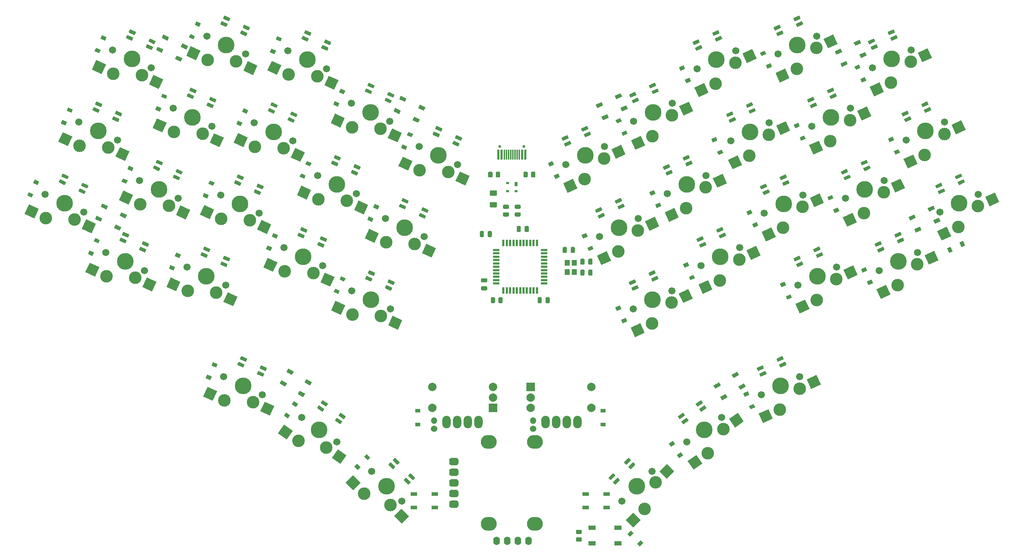
<source format=gbr>
%TF.GenerationSoftware,KiCad,Pcbnew,(5.1.10)-1*%
%TF.CreationDate,2021-09-08T22:09:27-07:00*%
%TF.ProjectId,barobord,6261726f-626f-4726-942e-6b696361645f,rev?*%
%TF.SameCoordinates,Original*%
%TF.FileFunction,Soldermask,Bot*%
%TF.FilePolarity,Negative*%
%FSLAX46Y46*%
G04 Gerber Fmt 4.6, Leading zero omitted, Abs format (unit mm)*
G04 Created by KiCad (PCBNEW (5.1.10)-1) date 2021-09-08 22:09:27*
%MOMM*%
%LPD*%
G01*
G04 APERTURE LIST*
%ADD10C,0.100000*%
%ADD11R,1.501140X0.899160*%
%ADD12O,2.000000X3.000000*%
%ADD13O,1.524000X1.524000*%
%ADD14C,1.524000*%
%ADD15R,2.000000X2.000000*%
%ADD16C,2.000000*%
%ADD17O,1.600000X2.000000*%
%ADD18R,1.200000X0.900000*%
%ADD19O,3.800000X3.300000*%
%ADD20C,1.701800*%
%ADD21C,3.987800*%
%ADD22C,3.000000*%
%ADD23R,1.200000X1.400000*%
%ADD24R,0.600000X2.450000*%
%ADD25R,0.300000X2.450000*%
%ADD26C,0.650000*%
%ADD27R,0.700000X1.000000*%
%ADD28R,0.700000X0.600000*%
%ADD29R,1.500000X0.550000*%
%ADD30R,0.550000X1.500000*%
%ADD31R,1.800000X1.100000*%
G04 APERTURE END LIST*
D10*
%TO.C,D92*%
G36*
X167233429Y-51074700D02*
G01*
X168593924Y-50440291D01*
X168973925Y-51255206D01*
X167613430Y-51889615D01*
X167233429Y-51074700D01*
G37*
G36*
X165880882Y-48174152D02*
G01*
X167241377Y-47539743D01*
X167621378Y-48354658D01*
X166260883Y-48989067D01*
X165880882Y-48174152D01*
G37*
G36*
X170411261Y-46061602D02*
G01*
X171771756Y-45427193D01*
X172151757Y-46242108D01*
X170791262Y-46876517D01*
X170411261Y-46061602D01*
G37*
G36*
X171763808Y-48962150D02*
G01*
X173124303Y-48327741D01*
X173504304Y-49142656D01*
X172143809Y-49777065D01*
X171763808Y-48962150D01*
G37*
%TD*%
%TO.C,D91*%
G36*
X224253429Y-38344700D02*
G01*
X225613924Y-37710291D01*
X225993925Y-38525206D01*
X224633430Y-39159615D01*
X224253429Y-38344700D01*
G37*
G36*
X222900882Y-35444152D02*
G01*
X224261377Y-34809743D01*
X224641378Y-35624658D01*
X223280883Y-36259067D01*
X222900882Y-35444152D01*
G37*
G36*
X227431261Y-33331602D02*
G01*
X228791756Y-32697193D01*
X229171757Y-33512108D01*
X227811262Y-34146517D01*
X227431261Y-33331602D01*
G37*
G36*
X228783808Y-36232150D02*
G01*
X230144303Y-35597741D01*
X230524304Y-36412656D01*
X229163809Y-37047065D01*
X228783808Y-36232150D01*
G37*
%TD*%
%TO.C,D90*%
G36*
X241863429Y-77914700D02*
G01*
X243223924Y-77280291D01*
X243603925Y-78095206D01*
X242243430Y-78729615D01*
X241863429Y-77914700D01*
G37*
G36*
X240510882Y-75014152D02*
G01*
X241871377Y-74379743D01*
X242251378Y-75194658D01*
X240890883Y-75829067D01*
X240510882Y-75014152D01*
G37*
G36*
X245041261Y-72901602D02*
G01*
X246401756Y-72267193D01*
X246781757Y-73082108D01*
X245421262Y-73716517D01*
X245041261Y-72901602D01*
G37*
G36*
X246393808Y-75802150D02*
G01*
X247754303Y-75167741D01*
X248134304Y-75982656D01*
X246773809Y-76617065D01*
X246393808Y-75802150D01*
G37*
%TD*%
%TO.C,D89*%
G36*
X200041805Y-112716973D02*
G01*
X198741779Y-113467543D01*
X198292199Y-112688847D01*
X199592225Y-111938277D01*
X200041805Y-112716973D01*
G37*
G36*
X201642005Y-115488601D02*
G01*
X200341979Y-116239171D01*
X199892399Y-115460475D01*
X201192425Y-114709905D01*
X201642005Y-115488601D01*
G37*
G36*
X197312987Y-117987961D02*
G01*
X196012961Y-118738531D01*
X195563381Y-117959835D01*
X196863407Y-117209265D01*
X197312987Y-117987961D01*
G37*
G36*
X195712787Y-115216333D02*
G01*
X194412761Y-115966903D01*
X193963181Y-115188207D01*
X195263207Y-114437637D01*
X195712787Y-115216333D01*
G37*
%TD*%
D11*
%TO.C,D88*%
X168491953Y-141118204D03*
X168491953Y-144318604D03*
X163493233Y-144318604D03*
X163493233Y-141118204D03*
%TD*%
%TO.C,D87*%
X127501953Y-141148204D03*
X127501953Y-144348604D03*
X122503233Y-144348604D03*
X122503233Y-141148204D03*
%TD*%
D10*
%TO.C,D86*%
G36*
X97712425Y-115206903D02*
G01*
X96412399Y-114456333D01*
X96861979Y-113677637D01*
X98162005Y-114428207D01*
X97712425Y-115206903D01*
G37*
G36*
X96112225Y-117978531D02*
G01*
X94812199Y-117227961D01*
X95261779Y-116449265D01*
X96561805Y-117199835D01*
X96112225Y-117978531D01*
G37*
G36*
X91783207Y-115479171D02*
G01*
X90483181Y-114728601D01*
X90932761Y-113949905D01*
X92232787Y-114700475D01*
X91783207Y-115479171D01*
G37*
G36*
X93383407Y-112707543D02*
G01*
X92083381Y-111956973D01*
X92532961Y-111178277D01*
X93832987Y-111928847D01*
X93383407Y-112707543D01*
G37*
%TD*%
%TO.C,D85*%
G36*
X53694303Y-75329067D02*
G01*
X52333808Y-74694658D01*
X52713809Y-73879743D01*
X54074304Y-74514152D01*
X53694303Y-75329067D01*
G37*
G36*
X52341756Y-78229615D02*
G01*
X50981261Y-77595206D01*
X51361262Y-76780291D01*
X52721757Y-77414700D01*
X52341756Y-78229615D01*
G37*
G36*
X47811377Y-76117065D02*
G01*
X46450882Y-75482656D01*
X46830883Y-74667741D01*
X48191378Y-75302150D01*
X47811377Y-76117065D01*
G37*
G36*
X49163924Y-73216517D02*
G01*
X47803429Y-72582108D01*
X48183430Y-71767193D01*
X49543925Y-72401602D01*
X49163924Y-73216517D01*
G37*
%TD*%
%TO.C,D84*%
G36*
X61370883Y-34337741D02*
G01*
X62731378Y-34972150D01*
X62351377Y-35787065D01*
X60990882Y-35152656D01*
X61370883Y-34337741D01*
G37*
G36*
X62723430Y-31437193D02*
G01*
X64083925Y-32071602D01*
X63703924Y-32886517D01*
X62343429Y-32252108D01*
X62723430Y-31437193D01*
G37*
G36*
X67253809Y-33549743D02*
G01*
X68614304Y-34184152D01*
X68234303Y-34999067D01*
X66873808Y-34364658D01*
X67253809Y-33549743D01*
G37*
G36*
X65901262Y-36450291D02*
G01*
X67261757Y-37084700D01*
X66881756Y-37899615D01*
X65521261Y-37265206D01*
X65901262Y-36450291D01*
G37*
%TD*%
%TO.C,D83*%
G36*
X118010883Y-48957741D02*
G01*
X119371378Y-49592150D01*
X118991377Y-50407065D01*
X117630882Y-49772656D01*
X118010883Y-48957741D01*
G37*
G36*
X119363430Y-46057193D02*
G01*
X120723925Y-46691602D01*
X120343924Y-47506517D01*
X118983429Y-46872108D01*
X119363430Y-46057193D01*
G37*
G36*
X123893809Y-48169743D02*
G01*
X125254304Y-48804152D01*
X124874303Y-49619067D01*
X123513808Y-48984658D01*
X123893809Y-48169743D01*
G37*
G36*
X122541262Y-51070291D02*
G01*
X123901757Y-51704700D01*
X123521756Y-52519615D01*
X122161261Y-51885206D01*
X122541262Y-51070291D01*
G37*
%TD*%
%TO.C,D59*%
G36*
G01*
X101493458Y-120240985D02*
X100317156Y-119417329D01*
G75*
G02*
X100297019Y-119303126I47033J67170D01*
G01*
X100673285Y-118765762D01*
G75*
G02*
X100787488Y-118745625I67170J-47033D01*
G01*
X101963790Y-119569281D01*
G75*
G02*
X101983927Y-119683484I-47033J-67170D01*
G01*
X101607661Y-120220848D01*
G75*
G02*
X101493458Y-120240985I-67170J47033D01*
G01*
G37*
G36*
G01*
X100633093Y-121469713D02*
X99456791Y-120646057D01*
G75*
G02*
X99436654Y-120531854I47033J67170D01*
G01*
X99812920Y-119994490D01*
G75*
G02*
X99927123Y-119974353I67170J-47033D01*
G01*
X101103425Y-120798009D01*
G75*
G02*
X101123562Y-120912212I-47033J-67170D01*
G01*
X100747296Y-121449576D01*
G75*
G02*
X100633093Y-121469713I-67170J47033D01*
G01*
G37*
G36*
G01*
X105753048Y-123223582D02*
X104576746Y-122399926D01*
G75*
G02*
X104556609Y-122285723I47033J67170D01*
G01*
X104932875Y-121748359D01*
G75*
G02*
X105047078Y-121728222I67170J-47033D01*
G01*
X106223380Y-122551878D01*
G75*
G02*
X106243517Y-122666081I-47033J-67170D01*
G01*
X105867251Y-123203445D01*
G75*
G02*
X105753048Y-123223582I-67170J47033D01*
G01*
G37*
G36*
G01*
X104892684Y-124452310D02*
X103716382Y-123628654D01*
G75*
G02*
X103696245Y-123514451I47033J67170D01*
G01*
X104072511Y-122977087D01*
G75*
G02*
X104186714Y-122956950I67170J-47033D01*
G01*
X105363016Y-123780606D01*
G75*
G02*
X105383153Y-123894809I-47033J-67170D01*
G01*
X105006887Y-124432173D01*
G75*
G02*
X104892684Y-124452310I-67170J47033D01*
G01*
G37*
%TD*%
D12*
%TO.C,SW45*%
X161522593Y-123908404D03*
X158982593Y-123908404D03*
X156442593Y-123908404D03*
X153902593Y-123908404D03*
D13*
X150902593Y-123558404D03*
D14*
X150902593Y-125558404D03*
%TD*%
D15*
%TO.C,SW43*%
X150352593Y-115558404D03*
D16*
X150352593Y-118058404D03*
X150352593Y-120558404D03*
X164852593Y-115558404D03*
X164852593Y-120558404D03*
%TD*%
D15*
%TO.C,SW42*%
X141352593Y-120558404D03*
D16*
X141352593Y-118058404D03*
X141352593Y-115558404D03*
X126852593Y-120558404D03*
X126852593Y-115558404D03*
%TD*%
D12*
%TO.C,SW44*%
X137922593Y-123908404D03*
X135382593Y-123908404D03*
X132842593Y-123908404D03*
X130302593Y-123908404D03*
D13*
X127302593Y-123558404D03*
D14*
X127302593Y-125558404D03*
%TD*%
D17*
%TO.C,Brd1*%
X147332593Y-152258404D03*
X149872593Y-152258404D03*
X144792593Y-152258404D03*
X142252593Y-152258404D03*
%TD*%
D18*
%TO.C,D82*%
X167652593Y-121208404D03*
X167652593Y-124508404D03*
%TD*%
%TO.C,D81*%
X123452593Y-121208404D03*
X123452593Y-124508404D03*
%TD*%
D19*
%TO.C,J1*%
X140352593Y-128658404D03*
X151352593Y-128658404D03*
X151352593Y-148258404D03*
X140352593Y-148258404D03*
G36*
G01*
X133128593Y-132953404D02*
X133128593Y-133803404D01*
G75*
G02*
X132703593Y-134228404I-425000J0D01*
G01*
X131353593Y-134228404D01*
G75*
G02*
X130928593Y-133803404I0J425000D01*
G01*
X130928593Y-132953404D01*
G75*
G02*
X131353593Y-132528404I425000J0D01*
G01*
X132703593Y-132528404D01*
G75*
G02*
X133128593Y-132953404I0J-425000D01*
G01*
G37*
G36*
G01*
X132703593Y-136768404D02*
X131353593Y-136768404D01*
G75*
G02*
X130928593Y-136343404I0J425000D01*
G01*
X130928593Y-135493404D01*
G75*
G02*
X131353593Y-135068404I425000J0D01*
G01*
X132703593Y-135068404D01*
G75*
G02*
X133128593Y-135493404I0J-425000D01*
G01*
X133128593Y-136343404D01*
G75*
G02*
X132703593Y-136768404I-425000J0D01*
G01*
G37*
G36*
G01*
X132703593Y-139308404D02*
X131353593Y-139308404D01*
G75*
G02*
X130928593Y-138883404I0J425000D01*
G01*
X130928593Y-138033404D01*
G75*
G02*
X131353593Y-137608404I425000J0D01*
G01*
X132703593Y-137608404D01*
G75*
G02*
X133128593Y-138033404I0J-425000D01*
G01*
X133128593Y-138883404D01*
G75*
G02*
X132703593Y-139308404I-425000J0D01*
G01*
G37*
G36*
G01*
X132703593Y-141848404D02*
X131353593Y-141848404D01*
G75*
G02*
X130928593Y-141423404I0J425000D01*
G01*
X130928593Y-140573404D01*
G75*
G02*
X131353593Y-140148404I425000J0D01*
G01*
X132703593Y-140148404D01*
G75*
G02*
X133128593Y-140573404I0J-425000D01*
G01*
X133128593Y-141423404D01*
G75*
G02*
X132703593Y-141848404I-425000J0D01*
G01*
G37*
G36*
G01*
X132703593Y-144388404D02*
X131353593Y-144388404D01*
G75*
G02*
X130928593Y-143963404I0J425000D01*
G01*
X130928593Y-143113404D01*
G75*
G02*
X131353593Y-142688404I425000J0D01*
G01*
X132703593Y-142688404D01*
G75*
G02*
X133128593Y-143113404I0J-425000D01*
G01*
X133128593Y-143963404D01*
G75*
G02*
X132703593Y-144388404I-425000J0D01*
G01*
G37*
%TD*%
%TO.C,D56*%
G36*
G01*
X120886772Y-71813910D02*
X119585314Y-71207030D01*
G75*
G02*
X119545652Y-71098058I34655J74317D01*
G01*
X119822890Y-70503520D01*
G75*
G02*
X119931862Y-70463858I74317J-34655D01*
G01*
X121233320Y-71070738D01*
G75*
G02*
X121272982Y-71179710I-34655J-74317D01*
G01*
X120995744Y-71774248D01*
G75*
G02*
X120886772Y-71813910I-74317J34655D01*
G01*
G37*
G36*
G01*
X120252844Y-73173372D02*
X118951386Y-72566492D01*
G75*
G02*
X118911724Y-72457520I34655J74317D01*
G01*
X119188962Y-71862982D01*
G75*
G02*
X119297934Y-71823320I74317J-34655D01*
G01*
X120599392Y-72430200D01*
G75*
G02*
X120639054Y-72539172I-34655J-74317D01*
G01*
X120361816Y-73133710D01*
G75*
G02*
X120252844Y-73173372I-74317J34655D01*
G01*
G37*
G36*
G01*
X125599572Y-74011525D02*
X124298114Y-73404645D01*
G75*
G02*
X124258452Y-73295673I34655J74317D01*
G01*
X124535690Y-72701135D01*
G75*
G02*
X124644662Y-72661473I74317J-34655D01*
G01*
X125946120Y-73268353D01*
G75*
G02*
X125985782Y-73377325I-34655J-74317D01*
G01*
X125708544Y-73971863D01*
G75*
G02*
X125599572Y-74011525I-74317J34655D01*
G01*
G37*
G36*
G01*
X124965645Y-75370987D02*
X123664187Y-74764107D01*
G75*
G02*
X123624525Y-74655135I34655J74317D01*
G01*
X123901763Y-74060597D01*
G75*
G02*
X124010735Y-74020935I74317J-34655D01*
G01*
X125312193Y-74627815D01*
G75*
G02*
X125351855Y-74736787I-34655J-74317D01*
G01*
X125074617Y-75331325D01*
G75*
G02*
X124965645Y-75370987I-74317J34655D01*
G01*
G37*
%TD*%
%TO.C,D57*%
G36*
G01*
X112857026Y-89033757D02*
X111555568Y-88426877D01*
G75*
G02*
X111515906Y-88317905I34655J74317D01*
G01*
X111793144Y-87723367D01*
G75*
G02*
X111902116Y-87683705I74317J-34655D01*
G01*
X113203574Y-88290585D01*
G75*
G02*
X113243236Y-88399557I-34655J-74317D01*
G01*
X112965998Y-88994095D01*
G75*
G02*
X112857026Y-89033757I-74317J34655D01*
G01*
G37*
G36*
G01*
X112223098Y-90393219D02*
X110921640Y-89786339D01*
G75*
G02*
X110881978Y-89677367I34655J74317D01*
G01*
X111159216Y-89082829D01*
G75*
G02*
X111268188Y-89043167I74317J-34655D01*
G01*
X112569646Y-89650047D01*
G75*
G02*
X112609308Y-89759019I-34655J-74317D01*
G01*
X112332070Y-90353557D01*
G75*
G02*
X112223098Y-90393219I-74317J34655D01*
G01*
G37*
G36*
G01*
X117569826Y-91231372D02*
X116268368Y-90624492D01*
G75*
G02*
X116228706Y-90515520I34655J74317D01*
G01*
X116505944Y-89920982D01*
G75*
G02*
X116614916Y-89881320I74317J-34655D01*
G01*
X117916374Y-90488200D01*
G75*
G02*
X117956036Y-90597172I-34655J-74317D01*
G01*
X117678798Y-91191710D01*
G75*
G02*
X117569826Y-91231372I-74317J34655D01*
G01*
G37*
G36*
G01*
X116935899Y-92590834D02*
X115634441Y-91983954D01*
G75*
G02*
X115594779Y-91874982I34655J74317D01*
G01*
X115872017Y-91280444D01*
G75*
G02*
X115980989Y-91240782I74317J-34655D01*
G01*
X117282447Y-91847662D01*
G75*
G02*
X117322109Y-91956634I-34655J-74317D01*
G01*
X117044871Y-92551172D01*
G75*
G02*
X116935899Y-92590834I-74317J34655D01*
G01*
G37*
%TD*%
%TO.C,D45*%
G36*
G01*
X62254030Y-62678747D02*
X60952572Y-62071867D01*
G75*
G02*
X60912910Y-61962895I34655J74317D01*
G01*
X61190148Y-61368357D01*
G75*
G02*
X61299120Y-61328695I74317J-34655D01*
G01*
X62600578Y-61935575D01*
G75*
G02*
X62640240Y-62044547I-34655J-74317D01*
G01*
X62363002Y-62639085D01*
G75*
G02*
X62254030Y-62678747I-74317J34655D01*
G01*
G37*
G36*
G01*
X61620102Y-64038209D02*
X60318644Y-63431329D01*
G75*
G02*
X60278982Y-63322357I34655J74317D01*
G01*
X60556220Y-62727819D01*
G75*
G02*
X60665192Y-62688157I74317J-34655D01*
G01*
X61966650Y-63295037D01*
G75*
G02*
X62006312Y-63404009I-34655J-74317D01*
G01*
X61729074Y-63998547D01*
G75*
G02*
X61620102Y-64038209I-74317J34655D01*
G01*
G37*
G36*
G01*
X66966830Y-64876362D02*
X65665372Y-64269482D01*
G75*
G02*
X65625710Y-64160510I34655J74317D01*
G01*
X65902948Y-63565972D01*
G75*
G02*
X66011920Y-63526310I74317J-34655D01*
G01*
X67313378Y-64133190D01*
G75*
G02*
X67353040Y-64242162I-34655J-74317D01*
G01*
X67075802Y-64836700D01*
G75*
G02*
X66966830Y-64876362I-74317J34655D01*
G01*
G37*
G36*
G01*
X66332903Y-66235824D02*
X65031445Y-65628944D01*
G75*
G02*
X64991783Y-65519972I34655J74317D01*
G01*
X65269021Y-64925434D01*
G75*
G02*
X65377993Y-64885772I74317J-34655D01*
G01*
X66679451Y-65492652D01*
G75*
G02*
X66719113Y-65601624I-34655J-74317D01*
G01*
X66441875Y-66196162D01*
G75*
G02*
X66332903Y-66235824I-74317J34655D01*
G01*
G37*
%TD*%
%TO.C,D65*%
G36*
G01*
X167401886Y-73404645D02*
X166100428Y-74011525D01*
G75*
G02*
X165991456Y-73971863I-34655J74317D01*
G01*
X165714218Y-73377325D01*
G75*
G02*
X165753880Y-73268353I74317J34655D01*
G01*
X167055338Y-72661473D01*
G75*
G02*
X167164310Y-72701135I34655J-74317D01*
G01*
X167441548Y-73295673D01*
G75*
G02*
X167401886Y-73404645I-74317J-34655D01*
G01*
G37*
G36*
G01*
X168035813Y-74764107D02*
X166734355Y-75370987D01*
G75*
G02*
X166625383Y-75331325I-34655J74317D01*
G01*
X166348145Y-74736787D01*
G75*
G02*
X166387807Y-74627815I74317J34655D01*
G01*
X167689265Y-74020935D01*
G75*
G02*
X167798237Y-74060597I34655J-74317D01*
G01*
X168075475Y-74655135D01*
G75*
G02*
X168035813Y-74764107I-74317J-34655D01*
G01*
G37*
G36*
G01*
X172114686Y-71207030D02*
X170813228Y-71813910D01*
G75*
G02*
X170704256Y-71774248I-34655J74317D01*
G01*
X170427018Y-71179710D01*
G75*
G02*
X170466680Y-71070738I74317J34655D01*
G01*
X171768138Y-70463858D01*
G75*
G02*
X171877110Y-70503520I34655J-74317D01*
G01*
X172154348Y-71098058D01*
G75*
G02*
X172114686Y-71207030I-74317J-34655D01*
G01*
G37*
G36*
G01*
X172748614Y-72566492D02*
X171447156Y-73173372D01*
G75*
G02*
X171338184Y-73133710I-34655J74317D01*
G01*
X171060946Y-72539172D01*
G75*
G02*
X171100608Y-72430200I74317J34655D01*
G01*
X172402066Y-71823320D01*
G75*
G02*
X172511038Y-71862982I34655J-74317D01*
G01*
X172788276Y-72457520D01*
G75*
G02*
X172748614Y-72566492I-74317J-34655D01*
G01*
G37*
%TD*%
%TO.C,D53*%
G36*
G01*
X104723471Y-61518393D02*
X103422013Y-60911513D01*
G75*
G02*
X103382351Y-60802541I34655J74317D01*
G01*
X103659589Y-60208003D01*
G75*
G02*
X103768561Y-60168341I74317J-34655D01*
G01*
X105070019Y-60775221D01*
G75*
G02*
X105109681Y-60884193I-34655J-74317D01*
G01*
X104832443Y-61478731D01*
G75*
G02*
X104723471Y-61518393I-74317J34655D01*
G01*
G37*
G36*
G01*
X104089543Y-62877855D02*
X102788085Y-62270975D01*
G75*
G02*
X102748423Y-62162003I34655J74317D01*
G01*
X103025661Y-61567465D01*
G75*
G02*
X103134633Y-61527803I74317J-34655D01*
G01*
X104436091Y-62134683D01*
G75*
G02*
X104475753Y-62243655I-34655J-74317D01*
G01*
X104198515Y-62838193D01*
G75*
G02*
X104089543Y-62877855I-74317J34655D01*
G01*
G37*
G36*
G01*
X109436271Y-63716008D02*
X108134813Y-63109128D01*
G75*
G02*
X108095151Y-63000156I34655J74317D01*
G01*
X108372389Y-62405618D01*
G75*
G02*
X108481361Y-62365956I74317J-34655D01*
G01*
X109782819Y-62972836D01*
G75*
G02*
X109822481Y-63081808I-34655J-74317D01*
G01*
X109545243Y-63676346D01*
G75*
G02*
X109436271Y-63716008I-74317J34655D01*
G01*
G37*
G36*
G01*
X108802344Y-65075470D02*
X107500886Y-64468590D01*
G75*
G02*
X107461224Y-64359618I34655J74317D01*
G01*
X107738462Y-63765080D01*
G75*
G02*
X107847434Y-63725418I74317J-34655D01*
G01*
X109148892Y-64332298D01*
G75*
G02*
X109188554Y-64441270I-34655J-74317D01*
G01*
X108911316Y-65035808D01*
G75*
G02*
X108802344Y-65075470I-74317J34655D01*
G01*
G37*
%TD*%
%TO.C,D52*%
G36*
G01*
X96693724Y-78738241D02*
X95392266Y-78131361D01*
G75*
G02*
X95352604Y-78022389I34655J74317D01*
G01*
X95629842Y-77427851D01*
G75*
G02*
X95738814Y-77388189I74317J-34655D01*
G01*
X97040272Y-77995069D01*
G75*
G02*
X97079934Y-78104041I-34655J-74317D01*
G01*
X96802696Y-78698579D01*
G75*
G02*
X96693724Y-78738241I-74317J34655D01*
G01*
G37*
G36*
G01*
X96059796Y-80097703D02*
X94758338Y-79490823D01*
G75*
G02*
X94718676Y-79381851I34655J74317D01*
G01*
X94995914Y-78787313D01*
G75*
G02*
X95104886Y-78747651I74317J-34655D01*
G01*
X96406344Y-79354531D01*
G75*
G02*
X96446006Y-79463503I-34655J-74317D01*
G01*
X96168768Y-80058041D01*
G75*
G02*
X96059796Y-80097703I-74317J34655D01*
G01*
G37*
G36*
G01*
X101406524Y-80935856D02*
X100105066Y-80328976D01*
G75*
G02*
X100065404Y-80220004I34655J74317D01*
G01*
X100342642Y-79625466D01*
G75*
G02*
X100451614Y-79585804I74317J-34655D01*
G01*
X101753072Y-80192684D01*
G75*
G02*
X101792734Y-80301656I-34655J-74317D01*
G01*
X101515496Y-80896194D01*
G75*
G02*
X101406524Y-80935856I-74317J34655D01*
G01*
G37*
G36*
G01*
X100772597Y-82295318D02*
X99471139Y-81688438D01*
G75*
G02*
X99431477Y-81579466I34655J74317D01*
G01*
X99708715Y-80984928D01*
G75*
G02*
X99817687Y-80945266I74317J-34655D01*
G01*
X101119145Y-81552146D01*
G75*
G02*
X101158807Y-81661118I-34655J-74317D01*
G01*
X100881569Y-82255656D01*
G75*
G02*
X100772597Y-82295318I-74317J34655D01*
G01*
G37*
%TD*%
%TO.C,D54*%
G36*
G01*
X112753218Y-44298546D02*
X111451760Y-43691666D01*
G75*
G02*
X111412098Y-43582694I34655J74317D01*
G01*
X111689336Y-42988156D01*
G75*
G02*
X111798308Y-42948494I74317J-34655D01*
G01*
X113099766Y-43555374D01*
G75*
G02*
X113139428Y-43664346I-34655J-74317D01*
G01*
X112862190Y-44258884D01*
G75*
G02*
X112753218Y-44298546I-74317J34655D01*
G01*
G37*
G36*
G01*
X112119290Y-45658008D02*
X110817832Y-45051128D01*
G75*
G02*
X110778170Y-44942156I34655J74317D01*
G01*
X111055408Y-44347618D01*
G75*
G02*
X111164380Y-44307956I74317J-34655D01*
G01*
X112465838Y-44914836D01*
G75*
G02*
X112505500Y-45023808I-34655J-74317D01*
G01*
X112228262Y-45618346D01*
G75*
G02*
X112119290Y-45658008I-74317J34655D01*
G01*
G37*
G36*
G01*
X117466018Y-46496161D02*
X116164560Y-45889281D01*
G75*
G02*
X116124898Y-45780309I34655J74317D01*
G01*
X116402136Y-45185771D01*
G75*
G02*
X116511108Y-45146109I74317J-34655D01*
G01*
X117812566Y-45752989D01*
G75*
G02*
X117852228Y-45861961I-34655J-74317D01*
G01*
X117574990Y-46456499D01*
G75*
G02*
X117466018Y-46496161I-74317J34655D01*
G01*
G37*
G36*
G01*
X116832091Y-47855623D02*
X115530633Y-47248743D01*
G75*
G02*
X115490971Y-47139771I34655J74317D01*
G01*
X115768209Y-46545233D01*
G75*
G02*
X115877181Y-46505571I74317J-34655D01*
G01*
X117178639Y-47112451D01*
G75*
G02*
X117218301Y-47221423I-34655J-74317D01*
G01*
X116941063Y-47815961D01*
G75*
G02*
X116832091Y-47855623I-74317J34655D01*
G01*
G37*
%TD*%
D10*
%TO.C,SW24*%
G36*
X103570856Y-89348766D02*
G01*
X102514311Y-91614535D01*
X100203226Y-90536858D01*
X101259771Y-88271089D01*
X103570856Y-89348766D01*
G37*
D20*
X100712849Y-86592697D03*
X91504761Y-82298895D03*
D21*
X96108805Y-84445796D03*
D22*
X98488387Y-88357993D03*
X91659882Y-87976389D03*
D10*
G36*
X89945043Y-85797525D02*
G01*
X88888498Y-88063294D01*
X86577413Y-86985617D01*
X87633958Y-84719848D01*
X89945043Y-85797525D01*
G37*
%TD*%
%TO.C,SW4*%
G36*
X119630350Y-54909071D02*
G01*
X118573805Y-57174840D01*
X116262720Y-56097163D01*
X117319265Y-53831394D01*
X119630350Y-54909071D01*
G37*
D20*
X116772343Y-52153002D03*
X107564255Y-47859200D03*
D21*
X112168299Y-50006101D03*
D22*
X114547881Y-53918298D03*
X107719376Y-53536694D03*
D10*
G36*
X106004537Y-51357830D02*
G01*
X104947992Y-53623599D01*
X102636907Y-52545922D01*
X103693452Y-50280153D01*
X106004537Y-51357830D01*
G37*
%TD*%
%TO.C,SW14*%
G36*
X111600603Y-72128918D02*
G01*
X110544058Y-74394687D01*
X108232973Y-73317010D01*
X109289518Y-71051241D01*
X111600603Y-72128918D01*
G37*
D20*
X108742596Y-69372849D03*
X99534508Y-65079047D03*
D21*
X104138552Y-67225948D03*
D22*
X106518134Y-71138145D03*
X99689629Y-70756541D03*
D10*
G36*
X97974790Y-68577677D02*
G01*
X96918245Y-70843446D01*
X94607160Y-69765769D01*
X95663705Y-67500000D01*
X97974790Y-68577677D01*
G37*
%TD*%
%TO.C,SW34*%
G36*
X106423612Y-131884513D02*
G01*
X104989671Y-133932393D01*
X102900834Y-132469773D01*
X104334775Y-130421893D01*
X106423612Y-131884513D01*
G37*
D20*
X104087610Y-128674027D03*
X95765026Y-122846491D03*
D21*
X99926318Y-125760259D03*
D22*
X101590403Y-130026231D03*
X94931904Y-128464667D03*
D10*
G36*
X93621472Y-126021126D02*
G01*
X92187531Y-128069006D01*
X90098694Y-126606386D01*
X91532635Y-124558506D01*
X93621472Y-126021126D01*
G37*
%TD*%
%TO.C,SW7*%
G36*
X188084108Y-47441406D02*
G01*
X189140653Y-49707175D01*
X186829568Y-50784852D01*
X185773023Y-48519083D01*
X188084108Y-47441406D01*
G37*
D20*
X184135745Y-47859200D03*
X174927657Y-52153002D03*
D21*
X179531701Y-50006101D03*
D22*
X184058184Y-50697947D03*
X179376580Y-55683595D03*
D10*
G36*
X176605196Y-55596690D02*
G01*
X177661741Y-57862459D01*
X175350656Y-58940136D01*
X174294111Y-56674367D01*
X176605196Y-55596690D01*
G37*
%TD*%
%TO.C,SW40*%
G36*
X246613043Y-83041454D02*
G01*
X247669588Y-85307223D01*
X245358503Y-86384900D01*
X244301958Y-84119131D01*
X246613043Y-83041454D01*
G37*
D20*
X242664680Y-83459248D03*
X233456592Y-87753050D03*
D21*
X238060636Y-85606149D03*
D22*
X242587119Y-86297995D03*
X237905515Y-91283643D03*
D10*
G36*
X235134131Y-91196738D02*
G01*
X236190676Y-93462507D01*
X233879591Y-94540184D01*
X232823046Y-92274415D01*
X235134131Y-91196738D01*
G37*
%TD*%
%TO.C,SW39*%
G36*
X227280105Y-86539662D02*
G01*
X228336650Y-88805431D01*
X226025565Y-89883108D01*
X224969020Y-87617339D01*
X227280105Y-86539662D01*
G37*
D20*
X223331742Y-86957456D03*
X214123654Y-91251258D03*
D21*
X218727698Y-89104357D03*
D22*
X223254181Y-89796203D03*
X218572577Y-94781851D03*
D10*
G36*
X215801193Y-94694946D02*
G01*
X216857738Y-96960715D01*
X214546653Y-98038392D01*
X213490108Y-95772623D01*
X215801193Y-94694946D01*
G37*
%TD*%
%TO.C,SW38*%
G36*
X218512622Y-112695565D02*
G01*
X219569167Y-114961334D01*
X217258082Y-116039011D01*
X216201537Y-113773242D01*
X218512622Y-112695565D01*
G37*
D20*
X214564259Y-113113359D03*
X205356171Y-117407161D03*
D21*
X209960215Y-115260260D03*
D22*
X214486698Y-115952106D03*
X209805094Y-120937754D03*
D10*
G36*
X207033710Y-120850849D02*
G01*
X208090255Y-123116618D01*
X205779170Y-124194295D01*
X204722625Y-121928526D01*
X207033710Y-120850849D01*
G37*
%TD*%
%TO.C,SW37*%
G36*
X199750804Y-121749417D02*
G01*
X201184745Y-123797297D01*
X199095908Y-125259917D01*
X197661967Y-123212037D01*
X199750804Y-121749417D01*
G37*
D20*
X195934974Y-122846491D03*
X187612390Y-128674027D03*
D21*
X191773682Y-125760259D03*
D22*
X196351535Y-125655579D03*
X192606804Y-131378436D03*
D10*
G36*
X189862432Y-131774097D02*
G01*
X191296373Y-133821977D01*
X189207536Y-135284597D01*
X187773595Y-133236717D01*
X189862432Y-131774097D01*
G37*
%TD*%
%TO.C,SW36*%
G36*
X182846206Y-133923678D02*
G01*
X184613973Y-135691445D01*
X182810850Y-137494568D01*
X181043083Y-135726801D01*
X182846206Y-133923678D01*
G37*
D20*
X179278852Y-135666697D03*
X172094648Y-142850901D03*
D21*
X175686750Y-139258799D03*
D22*
X180176878Y-138360773D03*
X177482801Y-144646953D03*
D10*
G36*
X174848829Y-145513158D02*
G01*
X176616596Y-147280925D01*
X174813473Y-149084048D01*
X173045706Y-147316281D01*
X174848829Y-145513158D01*
G37*
%TD*%
%TO.C,SW35*%
G36*
X121348371Y-146418255D02*
G01*
X119580604Y-148186022D01*
X117777481Y-146382899D01*
X119545248Y-144615132D01*
X121348371Y-146418255D01*
G37*
D20*
X119605352Y-142850901D03*
X112421148Y-135666697D03*
D21*
X116013250Y-139258799D03*
D22*
X116911276Y-143748927D03*
X110625096Y-141054850D03*
D10*
G36*
X109758891Y-138420878D02*
G01*
X107991124Y-140188645D01*
X106188001Y-138385522D01*
X107955768Y-136617755D01*
X109758891Y-138420878D01*
G37*
%TD*%
%TO.C,SW33*%
G36*
X89201836Y-120163230D02*
G01*
X88145291Y-122428999D01*
X85834206Y-121351322D01*
X86890751Y-119085553D01*
X89201836Y-120163230D01*
G37*
D20*
X86343829Y-117407161D03*
X77135741Y-113113359D03*
D21*
X81739785Y-115260260D03*
D22*
X84119367Y-119172457D03*
X77290862Y-118790853D03*
D10*
G36*
X75576023Y-116611989D02*
G01*
X74519478Y-118877758D01*
X72208393Y-117800081D01*
X73264938Y-115534312D01*
X75576023Y-116611989D01*
G37*
%TD*%
%TO.C,SW32*%
G36*
X80434353Y-94007327D02*
G01*
X79377808Y-96273096D01*
X77066723Y-95195419D01*
X78123268Y-92929650D01*
X80434353Y-94007327D01*
G37*
D20*
X77576346Y-91251258D03*
X68368258Y-86957456D03*
D21*
X72972302Y-89104357D03*
D22*
X75351884Y-93016554D03*
X68523379Y-92634950D03*
D10*
G36*
X66808540Y-90456086D02*
G01*
X65751995Y-92721855D01*
X63440910Y-91644178D01*
X64497455Y-89378409D01*
X66808540Y-90456086D01*
G37*
%TD*%
%TO.C,SW31*%
G36*
X61101415Y-90509119D02*
G01*
X60044870Y-92774888D01*
X57733785Y-91697211D01*
X58790330Y-89431442D01*
X61101415Y-90509119D01*
G37*
D20*
X58243408Y-87753050D03*
X49035320Y-83459248D03*
D21*
X53639364Y-85606149D03*
D22*
X56018946Y-89518346D03*
X49190441Y-89136742D03*
D10*
G36*
X47475602Y-86957878D02*
G01*
X46419057Y-89223647D01*
X44107972Y-88145970D01*
X45164517Y-85880201D01*
X47475602Y-86957878D01*
G37*
%TD*%
%TO.C,SW30*%
G36*
X261085871Y-69120707D02*
G01*
X262142416Y-71386476D01*
X259831331Y-72464153D01*
X258774786Y-70198384D01*
X261085871Y-69120707D01*
G37*
D20*
X257137508Y-69538501D03*
X247929420Y-73832303D03*
D21*
X252533464Y-71685402D03*
D22*
X257059947Y-72377248D03*
X252378343Y-77362896D03*
D10*
G36*
X249606959Y-77275991D02*
G01*
X250663504Y-79541760D01*
X248352419Y-80619437D01*
X247295874Y-78353668D01*
X249606959Y-77275991D01*
G37*
%TD*%
%TO.C,SW29*%
G36*
X238583296Y-65821607D02*
G01*
X239639841Y-68087376D01*
X237328756Y-69165053D01*
X236272211Y-66899284D01*
X238583296Y-65821607D01*
G37*
D20*
X234634933Y-66239401D03*
X225426845Y-70533203D03*
D21*
X230030889Y-68386302D03*
D22*
X234557372Y-69078148D03*
X229875768Y-74063796D03*
D10*
G36*
X227104384Y-73976891D02*
G01*
X228160929Y-76242660D01*
X225849844Y-77320337D01*
X224793299Y-75054568D01*
X227104384Y-73976891D01*
G37*
%TD*%
%TO.C,SW28*%
G36*
X219250358Y-69319815D02*
G01*
X220306903Y-71585584D01*
X217995818Y-72663261D01*
X216939273Y-70397492D01*
X219250358Y-69319815D01*
G37*
D20*
X215301995Y-69737609D03*
X206093907Y-74031411D03*
D21*
X210697951Y-71884510D03*
D22*
X215224434Y-72576356D03*
X210542830Y-77562004D03*
D10*
G36*
X207771446Y-77475099D02*
G01*
X208827991Y-79740868D01*
X206516906Y-80818545D01*
X205460361Y-78552776D01*
X207771446Y-77475099D01*
G37*
%TD*%
%TO.C,SW27*%
G36*
X204143602Y-81881101D02*
G01*
X205200147Y-84146870D01*
X202889062Y-85224547D01*
X201832517Y-82958778D01*
X204143602Y-81881101D01*
G37*
D20*
X200195239Y-82298895D03*
X190987151Y-86592697D03*
D21*
X195591195Y-84445796D03*
D22*
X200117678Y-85137642D03*
X195436074Y-90123290D03*
D10*
G36*
X192664690Y-90036385D02*
G01*
X193721235Y-92302154D01*
X191410150Y-93379831D01*
X190353605Y-91114062D01*
X192664690Y-90036385D01*
G37*
%TD*%
%TO.C,SW26*%
G36*
X187980300Y-92176617D02*
G01*
X189036845Y-94442386D01*
X186725760Y-95520063D01*
X185669215Y-93254294D01*
X187980300Y-92176617D01*
G37*
D20*
X184031937Y-92594411D03*
X174823849Y-96888213D03*
D21*
X179427893Y-94741312D03*
D22*
X183954376Y-95433158D03*
X179272772Y-100418806D03*
D10*
G36*
X176501388Y-100331901D02*
G01*
X177557933Y-102597670D01*
X175246848Y-103675347D01*
X174190303Y-101409578D01*
X176501388Y-100331901D01*
G37*
%TD*%
%TO.C,SW25*%
G36*
X119734158Y-99644282D02*
G01*
X118677613Y-101910051D01*
X116366528Y-100832374D01*
X117423073Y-98566605D01*
X119734158Y-99644282D01*
G37*
D20*
X116876151Y-96888213D03*
X107668063Y-92594411D03*
D21*
X112272107Y-94741312D03*
D22*
X114651689Y-98653509D03*
X107823184Y-98271905D03*
D10*
G36*
X106108345Y-96093041D02*
G01*
X105051800Y-98358810D01*
X102740715Y-97281133D01*
X103797260Y-95015364D01*
X106108345Y-96093041D01*
G37*
%TD*%
%TO.C,SW23*%
G36*
X88464100Y-76787480D02*
G01*
X87407555Y-79053249D01*
X85096470Y-77975572D01*
X86153015Y-75709803D01*
X88464100Y-76787480D01*
G37*
D20*
X85606093Y-74031411D03*
X76398005Y-69737609D03*
D21*
X81002049Y-71884510D03*
D22*
X83381631Y-75796707D03*
X76553126Y-75415103D03*
D10*
G36*
X74838287Y-73236239D02*
G01*
X73781742Y-75502008D01*
X71470657Y-74424331D01*
X72527202Y-72158562D01*
X74838287Y-73236239D01*
G37*
%TD*%
%TO.C,SW22*%
G36*
X69131162Y-73289272D02*
G01*
X68074617Y-75555041D01*
X65763532Y-74477364D01*
X66820077Y-72211595D01*
X69131162Y-73289272D01*
G37*
D20*
X66273155Y-70533203D03*
X57065067Y-66239401D03*
D21*
X61669111Y-68386302D03*
D22*
X64048693Y-72298499D03*
X57220188Y-71916895D03*
D10*
G36*
X55505349Y-69738031D02*
G01*
X54448804Y-72003800D01*
X52137719Y-70926123D01*
X53194264Y-68660354D01*
X55505349Y-69738031D01*
G37*
%TD*%
%TO.C,SW21*%
G36*
X46628587Y-76588372D02*
G01*
X45572042Y-78854141D01*
X43260957Y-77776464D01*
X44317502Y-75510695D01*
X46628587Y-76588372D01*
G37*
D20*
X43770580Y-73832303D03*
X34562492Y-69538501D03*
D21*
X39166536Y-71685402D03*
D22*
X41546118Y-75597599D03*
X34717613Y-75215995D03*
D10*
G36*
X33002774Y-73037131D02*
G01*
X31946229Y-75302900D01*
X29635144Y-74225223D01*
X30691689Y-71959454D01*
X33002774Y-73037131D01*
G37*
%TD*%
%TO.C,SW20*%
G36*
X253056124Y-51900860D02*
G01*
X254112669Y-54166629D01*
X251801584Y-55244306D01*
X250745039Y-52978537D01*
X253056124Y-51900860D01*
G37*
D20*
X249107761Y-52318654D03*
X239899673Y-56612456D03*
D21*
X244503717Y-54465555D03*
D22*
X249030200Y-55157401D03*
X244348596Y-60143049D03*
D10*
G36*
X241577212Y-60056144D02*
G01*
X242633757Y-62321913D01*
X240322672Y-63399590D01*
X239266127Y-61133821D01*
X241577212Y-60056144D01*
G37*
%TD*%
%TO.C,SW19*%
G36*
X230553549Y-48601760D02*
G01*
X231610094Y-50867529D01*
X229299009Y-51945206D01*
X228242464Y-49679437D01*
X230553549Y-48601760D01*
G37*
D20*
X226605186Y-49019554D03*
X217397098Y-53313356D03*
D21*
X222001142Y-51166455D03*
D22*
X226527625Y-51858301D03*
X221846021Y-56843949D03*
D10*
G36*
X219074637Y-56757044D02*
G01*
X220131182Y-59022813D01*
X217820097Y-60100490D01*
X216763552Y-57834721D01*
X219074637Y-56757044D01*
G37*
%TD*%
%TO.C,SW18*%
G36*
X211220611Y-52099968D02*
G01*
X212277156Y-54365737D01*
X209966071Y-55443414D01*
X208909526Y-53177645D01*
X211220611Y-52099968D01*
G37*
D20*
X207272248Y-52517762D03*
X198064160Y-56811564D03*
D21*
X202668204Y-54664663D03*
D22*
X207194687Y-55356509D03*
X202513083Y-60342157D03*
D10*
G36*
X199741699Y-60255252D02*
G01*
X200798244Y-62521021D01*
X198487159Y-63598698D01*
X197430614Y-61332929D01*
X199741699Y-60255252D01*
G37*
%TD*%
%TO.C,SW17*%
G36*
X196113855Y-64661253D02*
G01*
X197170400Y-66927022D01*
X194859315Y-68004699D01*
X193802770Y-65738930D01*
X196113855Y-64661253D01*
G37*
D20*
X192165492Y-65079047D03*
X182957404Y-69372849D03*
D21*
X187561448Y-67225948D03*
D22*
X192087931Y-67917794D03*
X187406327Y-72903442D03*
D10*
G36*
X184634943Y-72816537D02*
G01*
X185691488Y-75082306D01*
X183380403Y-76159983D01*
X182323858Y-73894214D01*
X184634943Y-72816537D01*
G37*
%TD*%
%TO.C,SW16*%
G36*
X179950554Y-74956770D02*
G01*
X181007099Y-77222539D01*
X178696014Y-78300216D01*
X177639469Y-76034447D01*
X179950554Y-74956770D01*
G37*
D20*
X176002191Y-75374564D03*
X166794103Y-79668366D03*
D21*
X171398147Y-77521465D03*
D22*
X175924630Y-78213311D03*
X171243026Y-83198959D03*
D10*
G36*
X168471642Y-83112054D02*
G01*
X169528187Y-85377823D01*
X167217102Y-86455500D01*
X166160557Y-84189731D01*
X168471642Y-83112054D01*
G37*
%TD*%
%TO.C,SW15*%
G36*
X127763904Y-82424435D02*
G01*
X126707359Y-84690204D01*
X124396274Y-83612527D01*
X125452819Y-81346758D01*
X127763904Y-82424435D01*
G37*
D20*
X124905897Y-79668366D03*
X115697809Y-75374564D03*
D21*
X120301853Y-77521465D03*
D22*
X122681435Y-81433662D03*
X115852930Y-81052058D03*
D10*
G36*
X114138091Y-78873194D02*
G01*
X113081546Y-81138963D01*
X110770461Y-80061286D01*
X111827006Y-77795517D01*
X114138091Y-78873194D01*
G37*
%TD*%
%TO.C,SW13*%
G36*
X96493847Y-59567633D02*
G01*
X95437302Y-61833402D01*
X93126217Y-60755725D01*
X94182762Y-58489956D01*
X96493847Y-59567633D01*
G37*
D20*
X93635840Y-56811564D03*
X84427752Y-52517762D03*
D21*
X89031796Y-54664663D03*
D22*
X91411378Y-58576860D03*
X84582873Y-58195256D03*
D10*
G36*
X82868034Y-56016392D02*
G01*
X81811489Y-58282161D01*
X79500404Y-57204484D01*
X80556949Y-54938715D01*
X82868034Y-56016392D01*
G37*
%TD*%
%TO.C,SW12*%
G36*
X77160909Y-56069425D02*
G01*
X76104364Y-58335194D01*
X73793279Y-57257517D01*
X74849824Y-54991748D01*
X77160909Y-56069425D01*
G37*
D20*
X74302902Y-53313356D03*
X65094814Y-49019554D03*
D21*
X69698858Y-51166455D03*
D22*
X72078440Y-55078652D03*
X65249935Y-54697048D03*
D10*
G36*
X63535096Y-52518184D02*
G01*
X62478551Y-54783953D01*
X60167466Y-53706276D01*
X61224011Y-51440507D01*
X63535096Y-52518184D01*
G37*
%TD*%
%TO.C,SW11*%
G36*
X54658334Y-59368525D02*
G01*
X53601789Y-61634294D01*
X51290704Y-60556617D01*
X52347249Y-58290848D01*
X54658334Y-59368525D01*
G37*
D20*
X51800327Y-56612456D03*
X42592239Y-52318654D03*
D21*
X47196283Y-54465555D03*
D22*
X49575865Y-58377752D03*
X42747360Y-57996148D03*
D10*
G36*
X41032521Y-55817284D02*
G01*
X39975976Y-58083053D01*
X37664891Y-57005376D01*
X38721436Y-54739607D01*
X41032521Y-55817284D01*
G37*
%TD*%
%TO.C,SW10*%
G36*
X245026377Y-34681013D02*
G01*
X246082922Y-36946782D01*
X243771837Y-38024459D01*
X242715292Y-35758690D01*
X245026377Y-34681013D01*
G37*
D20*
X241078014Y-35098807D03*
X231869926Y-39392609D03*
D21*
X236473970Y-37245708D03*
D22*
X241000453Y-37937554D03*
X236318849Y-42923202D03*
D10*
G36*
X233547465Y-42836297D02*
G01*
X234604010Y-45102066D01*
X232292925Y-46179743D01*
X231236380Y-43913974D01*
X233547465Y-42836297D01*
G37*
%TD*%
%TO.C,SW9*%
G36*
X222523802Y-31381913D02*
G01*
X223580347Y-33647682D01*
X221269262Y-34725359D01*
X220212717Y-32459590D01*
X222523802Y-31381913D01*
G37*
D20*
X218575439Y-31799707D03*
X209367351Y-36093509D03*
D21*
X213971395Y-33946608D03*
D22*
X218497878Y-34638454D03*
X213816274Y-39624102D03*
D10*
G36*
X211044890Y-39537197D02*
G01*
X212101435Y-41802966D01*
X209790350Y-42880643D01*
X208733805Y-40614874D01*
X211044890Y-39537197D01*
G37*
%TD*%
%TO.C,SW8*%
G36*
X203190864Y-34880121D02*
G01*
X204247409Y-37145890D01*
X201936324Y-38223567D01*
X200879779Y-35957798D01*
X203190864Y-34880121D01*
G37*
D20*
X199242501Y-35297915D03*
X190034413Y-39591717D03*
D21*
X194638457Y-37444816D03*
D22*
X199164940Y-38136662D03*
X194483336Y-43122310D03*
D10*
G36*
X191711952Y-43035405D02*
G01*
X192768497Y-45301174D01*
X190457412Y-46378851D01*
X189400867Y-44113082D01*
X191711952Y-43035405D01*
G37*
%TD*%
%TO.C,SW6*%
G36*
X171920807Y-57736923D02*
G01*
X172977352Y-60002692D01*
X170666267Y-61080369D01*
X169609722Y-58814600D01*
X171920807Y-57736923D01*
G37*
D20*
X167972444Y-58154717D03*
X158764356Y-62448519D03*
D21*
X163368400Y-60301618D03*
D22*
X167894883Y-60993464D03*
X163213279Y-65979112D03*
D10*
G36*
X160441895Y-65892207D02*
G01*
X161498440Y-68157976D01*
X159187355Y-69235653D01*
X158130810Y-66969884D01*
X160441895Y-65892207D01*
G37*
%TD*%
%TO.C,SW5*%
G36*
X135793651Y-65204588D02*
G01*
X134737106Y-67470357D01*
X132426021Y-66392680D01*
X133482566Y-64126911D01*
X135793651Y-65204588D01*
G37*
D20*
X132935644Y-62448519D03*
X123727556Y-58154717D03*
D21*
X128331600Y-60301618D03*
D22*
X130711182Y-64213815D03*
X123882677Y-63832211D03*
D10*
G36*
X122167838Y-61653347D02*
G01*
X121111293Y-63919116D01*
X118800208Y-62841439D01*
X119856753Y-60575670D01*
X122167838Y-61653347D01*
G37*
%TD*%
%TO.C,SW3*%
G36*
X104523594Y-42347786D02*
G01*
X103467049Y-44613555D01*
X101155964Y-43535878D01*
X102212509Y-41270109D01*
X104523594Y-42347786D01*
G37*
D20*
X101665587Y-39591717D03*
X92457499Y-35297915D03*
D21*
X97061543Y-37444816D03*
D22*
X99441125Y-41357013D03*
X92612620Y-40975409D03*
D10*
G36*
X90897781Y-38796545D02*
G01*
X89841236Y-41062314D01*
X87530151Y-39984637D01*
X88586696Y-37718868D01*
X90897781Y-38796545D01*
G37*
%TD*%
%TO.C,SW2*%
G36*
X85190656Y-38849578D02*
G01*
X84134111Y-41115347D01*
X81823026Y-40037670D01*
X82879571Y-37771901D01*
X85190656Y-38849578D01*
G37*
D20*
X82332649Y-36093509D03*
X73124561Y-31799707D03*
D21*
X77728605Y-33946608D03*
D22*
X80108187Y-37858805D03*
X73279682Y-37477201D03*
D10*
G36*
X71564843Y-35298337D02*
G01*
X70508298Y-37564106D01*
X68197213Y-36486429D01*
X69253758Y-34220660D01*
X71564843Y-35298337D01*
G37*
%TD*%
%TO.C,SW1*%
G36*
X62688081Y-42148678D02*
G01*
X61631536Y-44414447D01*
X59320451Y-43336770D01*
X60376996Y-41071001D01*
X62688081Y-42148678D01*
G37*
D20*
X59830074Y-39392609D03*
X50621986Y-35098807D03*
D21*
X55226030Y-37245708D03*
D22*
X57605612Y-41157905D03*
X50777107Y-40776301D03*
D10*
G36*
X49062268Y-38597437D02*
G01*
X48005723Y-40863206D01*
X45694638Y-39785529D01*
X46751183Y-37519760D01*
X49062268Y-38597437D01*
G37*
%TD*%
D23*
%TO.C,Y1*%
X160752593Y-88108404D03*
X160752593Y-85908404D03*
X159052593Y-85908404D03*
X159052593Y-88108404D03*
%TD*%
D24*
%TO.C,USB1*%
X149077593Y-60103404D03*
X142627593Y-60103404D03*
X148302593Y-60103404D03*
X143402593Y-60103404D03*
D25*
X144102593Y-60103404D03*
X147602593Y-60103404D03*
X144602593Y-60103404D03*
X147102593Y-60103404D03*
X145102593Y-60103404D03*
X146602593Y-60103404D03*
X146102593Y-60103404D03*
X145602593Y-60103404D03*
D26*
X148742593Y-58158404D03*
X142962593Y-58158404D03*
%TD*%
D27*
%TO.C,U2*%
X146852593Y-67108404D03*
D28*
X144852593Y-66908404D03*
X146852593Y-68808404D03*
X144852593Y-68808404D03*
%TD*%
D29*
%TO.C,U1*%
X142152593Y-82858404D03*
X142152593Y-83658404D03*
X142152593Y-84458404D03*
X142152593Y-85258404D03*
X142152593Y-86058404D03*
X142152593Y-86858404D03*
X142152593Y-87658404D03*
X142152593Y-88458404D03*
X142152593Y-89258404D03*
X142152593Y-90058404D03*
X142152593Y-90858404D03*
D30*
X143852593Y-92558404D03*
X144652593Y-92558404D03*
X145452593Y-92558404D03*
X146252593Y-92558404D03*
X147052593Y-92558404D03*
X147852593Y-92558404D03*
X148652593Y-92558404D03*
X149452593Y-92558404D03*
X150252593Y-92558404D03*
X151052593Y-92558404D03*
X151852593Y-92558404D03*
D29*
X153552593Y-90858404D03*
X153552593Y-90058404D03*
X153552593Y-89258404D03*
X153552593Y-88458404D03*
X153552593Y-87658404D03*
X153552593Y-86858404D03*
X153552593Y-86058404D03*
X153552593Y-85258404D03*
X153552593Y-84458404D03*
X153552593Y-83658404D03*
X153552593Y-82858404D03*
D30*
X151852593Y-81158404D03*
X151052593Y-81158404D03*
X150252593Y-81158404D03*
X149452593Y-81158404D03*
X148652593Y-81158404D03*
X147852593Y-81158404D03*
X147052593Y-81158404D03*
X146252593Y-81158404D03*
X145452593Y-81158404D03*
X144652593Y-81158404D03*
X143852593Y-81158404D03*
%TD*%
D31*
%TO.C,SW41*%
X164952593Y-149208404D03*
X171152593Y-152908404D03*
X164952593Y-152908404D03*
X171152593Y-149208404D03*
%TD*%
%TO.C,R6*%
G36*
G01*
X141252593Y-64408402D02*
X141252593Y-65308406D01*
G75*
G02*
X141002595Y-65558404I-249998J0D01*
G01*
X140477591Y-65558404D01*
G75*
G02*
X140227593Y-65308406I0J249998D01*
G01*
X140227593Y-64408402D01*
G75*
G02*
X140477591Y-64158404I249998J0D01*
G01*
X141002595Y-64158404D01*
G75*
G02*
X141252593Y-64408402I0J-249998D01*
G01*
G37*
G36*
G01*
X143077593Y-64408402D02*
X143077593Y-65308406D01*
G75*
G02*
X142827595Y-65558404I-249998J0D01*
G01*
X142302591Y-65558404D01*
G75*
G02*
X142052593Y-65308406I0J249998D01*
G01*
X142052593Y-64408402D01*
G75*
G02*
X142302591Y-64158404I249998J0D01*
G01*
X142827595Y-64158404D01*
G75*
G02*
X143077593Y-64408402I0J-249998D01*
G01*
G37*
%TD*%
%TO.C,R5*%
G36*
G01*
X150452593Y-65308406D02*
X150452593Y-64408402D01*
G75*
G02*
X150702591Y-64158404I249998J0D01*
G01*
X151227595Y-64158404D01*
G75*
G02*
X151477593Y-64408402I0J-249998D01*
G01*
X151477593Y-65308406D01*
G75*
G02*
X151227595Y-65558404I-249998J0D01*
G01*
X150702591Y-65558404D01*
G75*
G02*
X150452593Y-65308406I0J249998D01*
G01*
G37*
G36*
G01*
X148627593Y-65308406D02*
X148627593Y-64408402D01*
G75*
G02*
X148877591Y-64158404I249998J0D01*
G01*
X149402595Y-64158404D01*
G75*
G02*
X149652593Y-64408402I0J-249998D01*
G01*
X149652593Y-65308406D01*
G75*
G02*
X149402595Y-65558404I-249998J0D01*
G01*
X148877591Y-65558404D01*
G75*
G02*
X148627593Y-65308406I0J249998D01*
G01*
G37*
%TD*%
%TO.C,R4*%
G36*
G01*
X162302595Y-150658404D02*
X161402591Y-150658404D01*
G75*
G02*
X161152593Y-150408406I0J249998D01*
G01*
X161152593Y-149883402D01*
G75*
G02*
X161402591Y-149633404I249998J0D01*
G01*
X162302595Y-149633404D01*
G75*
G02*
X162552593Y-149883402I0J-249998D01*
G01*
X162552593Y-150408406D01*
G75*
G02*
X162302595Y-150658404I-249998J0D01*
G01*
G37*
G36*
G01*
X162302595Y-152483404D02*
X161402591Y-152483404D01*
G75*
G02*
X161152593Y-152233406I0J249998D01*
G01*
X161152593Y-151708402D01*
G75*
G02*
X161402591Y-151458404I249998J0D01*
G01*
X162302595Y-151458404D01*
G75*
G02*
X162552593Y-151708402I0J-249998D01*
G01*
X162552593Y-152233406D01*
G75*
G02*
X162302595Y-152483404I-249998J0D01*
G01*
G37*
%TD*%
%TO.C,R3*%
G36*
G01*
X146802591Y-73858404D02*
X147702595Y-73858404D01*
G75*
G02*
X147952593Y-74108402I0J-249998D01*
G01*
X147952593Y-74633406D01*
G75*
G02*
X147702595Y-74883404I-249998J0D01*
G01*
X146802591Y-74883404D01*
G75*
G02*
X146552593Y-74633406I0J249998D01*
G01*
X146552593Y-74108402D01*
G75*
G02*
X146802591Y-73858404I249998J0D01*
G01*
G37*
G36*
G01*
X146802591Y-72033404D02*
X147702595Y-72033404D01*
G75*
G02*
X147952593Y-72283402I0J-249998D01*
G01*
X147952593Y-72808406D01*
G75*
G02*
X147702595Y-73058404I-249998J0D01*
G01*
X146802591Y-73058404D01*
G75*
G02*
X146552593Y-72808406I0J249998D01*
G01*
X146552593Y-72283402D01*
G75*
G02*
X146802591Y-72033404I249998J0D01*
G01*
G37*
%TD*%
%TO.C,R2*%
G36*
G01*
X144902595Y-73058404D02*
X144002591Y-73058404D01*
G75*
G02*
X143752593Y-72808406I0J249998D01*
G01*
X143752593Y-72283402D01*
G75*
G02*
X144002591Y-72033404I249998J0D01*
G01*
X144902595Y-72033404D01*
G75*
G02*
X145152593Y-72283402I0J-249998D01*
G01*
X145152593Y-72808406D01*
G75*
G02*
X144902595Y-73058404I-249998J0D01*
G01*
G37*
G36*
G01*
X144902595Y-74883404D02*
X144002591Y-74883404D01*
G75*
G02*
X143752593Y-74633406I0J249998D01*
G01*
X143752593Y-74108402D01*
G75*
G02*
X144002591Y-73858404I249998J0D01*
G01*
X144902595Y-73858404D01*
G75*
G02*
X145152593Y-74108402I0J-249998D01*
G01*
X145152593Y-74633406D01*
G75*
G02*
X144902595Y-74883404I-249998J0D01*
G01*
G37*
%TD*%
%TO.C,R1*%
G36*
G01*
X142652593Y-95308406D02*
X142652593Y-94408402D01*
G75*
G02*
X142902591Y-94158404I249998J0D01*
G01*
X143427595Y-94158404D01*
G75*
G02*
X143677593Y-94408402I0J-249998D01*
G01*
X143677593Y-95308406D01*
G75*
G02*
X143427595Y-95558404I-249998J0D01*
G01*
X142902591Y-95558404D01*
G75*
G02*
X142652593Y-95308406I0J249998D01*
G01*
G37*
G36*
G01*
X140827593Y-95308406D02*
X140827593Y-94408402D01*
G75*
G02*
X141077591Y-94158404I249998J0D01*
G01*
X141602595Y-94158404D01*
G75*
G02*
X141852593Y-94408402I0J-249998D01*
G01*
X141852593Y-95308406D01*
G75*
G02*
X141602595Y-95558404I-249998J0D01*
G01*
X141077591Y-95558404D01*
G75*
G02*
X140827593Y-95308406I0J249998D01*
G01*
G37*
%TD*%
%TO.C,F1*%
G36*
G01*
X142077593Y-69883404D02*
X140827593Y-69883404D01*
G75*
G02*
X140577593Y-69633404I0J250000D01*
G01*
X140577593Y-68883404D01*
G75*
G02*
X140827593Y-68633404I250000J0D01*
G01*
X142077593Y-68633404D01*
G75*
G02*
X142327593Y-68883404I0J-250000D01*
G01*
X142327593Y-69633404D01*
G75*
G02*
X142077593Y-69883404I-250000J0D01*
G01*
G37*
G36*
G01*
X142077593Y-72683404D02*
X140827593Y-72683404D01*
G75*
G02*
X140577593Y-72433404I0J250000D01*
G01*
X140577593Y-71683404D01*
G75*
G02*
X140827593Y-71433404I250000J0D01*
G01*
X142077593Y-71433404D01*
G75*
G02*
X142327593Y-71683404I0J-250000D01*
G01*
X142327593Y-72433404D01*
G75*
G02*
X142077593Y-72683404I-250000J0D01*
G01*
G37*
%TD*%
%TO.C,D77*%
G36*
G01*
X234064375Y-81489329D02*
X232762917Y-82096209D01*
G75*
G02*
X232653945Y-82056547I-34655J74317D01*
G01*
X232376707Y-81462009D01*
G75*
G02*
X232416369Y-81353037I74317J34655D01*
G01*
X233717827Y-80746157D01*
G75*
G02*
X233826799Y-80785819I34655J-74317D01*
G01*
X234104037Y-81380357D01*
G75*
G02*
X234064375Y-81489329I-74317J-34655D01*
G01*
G37*
G36*
G01*
X234698302Y-82848791D02*
X233396844Y-83455671D01*
G75*
G02*
X233287872Y-83416009I-34655J74317D01*
G01*
X233010634Y-82821471D01*
G75*
G02*
X233050296Y-82712499I74317J34655D01*
G01*
X234351754Y-82105619D01*
G75*
G02*
X234460726Y-82145281I34655J-74317D01*
G01*
X234737964Y-82739819D01*
G75*
G02*
X234698302Y-82848791I-74317J-34655D01*
G01*
G37*
G36*
G01*
X238777175Y-79291714D02*
X237475717Y-79898594D01*
G75*
G02*
X237366745Y-79858932I-34655J74317D01*
G01*
X237089507Y-79264394D01*
G75*
G02*
X237129169Y-79155422I74317J34655D01*
G01*
X238430627Y-78548542D01*
G75*
G02*
X238539599Y-78588204I34655J-74317D01*
G01*
X238816837Y-79182742D01*
G75*
G02*
X238777175Y-79291714I-74317J-34655D01*
G01*
G37*
G36*
G01*
X239411103Y-80651176D02*
X238109645Y-81258056D01*
G75*
G02*
X238000673Y-81218394I-34655J74317D01*
G01*
X237723435Y-80623856D01*
G75*
G02*
X237763097Y-80514884I74317J34655D01*
G01*
X239064555Y-79908004D01*
G75*
G02*
X239173527Y-79947666I34655J-74317D01*
G01*
X239450765Y-80542204D01*
G75*
G02*
X239411103Y-80651176I-74317J-34655D01*
G01*
G37*
%TD*%
%TO.C,D70*%
G36*
G01*
X214731437Y-84987537D02*
X213429979Y-85594417D01*
G75*
G02*
X213321007Y-85554755I-34655J74317D01*
G01*
X213043769Y-84960217D01*
G75*
G02*
X213083431Y-84851245I74317J34655D01*
G01*
X214384889Y-84244365D01*
G75*
G02*
X214493861Y-84284027I34655J-74317D01*
G01*
X214771099Y-84878565D01*
G75*
G02*
X214731437Y-84987537I-74317J-34655D01*
G01*
G37*
G36*
G01*
X215365364Y-86346999D02*
X214063906Y-86953879D01*
G75*
G02*
X213954934Y-86914217I-34655J74317D01*
G01*
X213677696Y-86319679D01*
G75*
G02*
X213717358Y-86210707I74317J34655D01*
G01*
X215018816Y-85603827D01*
G75*
G02*
X215127788Y-85643489I34655J-74317D01*
G01*
X215405026Y-86238027D01*
G75*
G02*
X215365364Y-86346999I-74317J-34655D01*
G01*
G37*
G36*
G01*
X219444237Y-82789922D02*
X218142779Y-83396802D01*
G75*
G02*
X218033807Y-83357140I-34655J74317D01*
G01*
X217756569Y-82762602D01*
G75*
G02*
X217796231Y-82653630I74317J34655D01*
G01*
X219097689Y-82046750D01*
G75*
G02*
X219206661Y-82086412I34655J-74317D01*
G01*
X219483899Y-82680950D01*
G75*
G02*
X219444237Y-82789922I-74317J-34655D01*
G01*
G37*
G36*
G01*
X220078165Y-84149384D02*
X218776707Y-84756264D01*
G75*
G02*
X218667735Y-84716602I-34655J74317D01*
G01*
X218390497Y-84122064D01*
G75*
G02*
X218430159Y-84013092I74317J34655D01*
G01*
X219731617Y-83406212D01*
G75*
G02*
X219840589Y-83445874I34655J-74317D01*
G01*
X220117827Y-84040412D01*
G75*
G02*
X220078165Y-84149384I-74317J-34655D01*
G01*
G37*
%TD*%
%TO.C,D63*%
G36*
G01*
X205963954Y-111143440D02*
X204662496Y-111750320D01*
G75*
G02*
X204553524Y-111710658I-34655J74317D01*
G01*
X204276286Y-111116120D01*
G75*
G02*
X204315948Y-111007148I74317J34655D01*
G01*
X205617406Y-110400268D01*
G75*
G02*
X205726378Y-110439930I34655J-74317D01*
G01*
X206003616Y-111034468D01*
G75*
G02*
X205963954Y-111143440I-74317J-34655D01*
G01*
G37*
G36*
G01*
X206597881Y-112502902D02*
X205296423Y-113109782D01*
G75*
G02*
X205187451Y-113070120I-34655J74317D01*
G01*
X204910213Y-112475582D01*
G75*
G02*
X204949875Y-112366610I74317J34655D01*
G01*
X206251333Y-111759730D01*
G75*
G02*
X206360305Y-111799392I34655J-74317D01*
G01*
X206637543Y-112393930D01*
G75*
G02*
X206597881Y-112502902I-74317J-34655D01*
G01*
G37*
G36*
G01*
X210676754Y-108945825D02*
X209375296Y-109552705D01*
G75*
G02*
X209266324Y-109513043I-34655J74317D01*
G01*
X208989086Y-108918505D01*
G75*
G02*
X209028748Y-108809533I74317J34655D01*
G01*
X210330206Y-108202653D01*
G75*
G02*
X210439178Y-108242315I34655J-74317D01*
G01*
X210716416Y-108836853D01*
G75*
G02*
X210676754Y-108945825I-74317J-34655D01*
G01*
G37*
G36*
G01*
X211310682Y-110305287D02*
X210009224Y-110912167D01*
G75*
G02*
X209900252Y-110872505I-34655J74317D01*
G01*
X209623014Y-110277967D01*
G75*
G02*
X209662676Y-110168995I74317J34655D01*
G01*
X210964134Y-109562115D01*
G75*
G02*
X211073106Y-109601777I34655J-74317D01*
G01*
X211350344Y-110196315D01*
G75*
G02*
X211310682Y-110305287I-74317J-34655D01*
G01*
G37*
%TD*%
%TO.C,D62*%
G36*
G01*
X187123254Y-122399926D02*
X185946952Y-123223582D01*
G75*
G02*
X185832749Y-123203445I-47033J67170D01*
G01*
X185456483Y-122666081D01*
G75*
G02*
X185476620Y-122551878I67170J47033D01*
G01*
X186652922Y-121728222D01*
G75*
G02*
X186767125Y-121748359I47033J-67170D01*
G01*
X187143391Y-122285723D01*
G75*
G02*
X187123254Y-122399926I-67170J-47033D01*
G01*
G37*
G36*
G01*
X187983618Y-123628654D02*
X186807316Y-124452310D01*
G75*
G02*
X186693113Y-124432173I-47033J67170D01*
G01*
X186316847Y-123894809D01*
G75*
G02*
X186336984Y-123780606I67170J47033D01*
G01*
X187513286Y-122956950D01*
G75*
G02*
X187627489Y-122977087I47033J-67170D01*
G01*
X188003755Y-123514451D01*
G75*
G02*
X187983618Y-123628654I-67170J-47033D01*
G01*
G37*
G36*
G01*
X191382844Y-119417329D02*
X190206542Y-120240985D01*
G75*
G02*
X190092339Y-120220848I-47033J67170D01*
G01*
X189716073Y-119683484D01*
G75*
G02*
X189736210Y-119569281I67170J47033D01*
G01*
X190912512Y-118745625D01*
G75*
G02*
X191026715Y-118765762I47033J-67170D01*
G01*
X191402981Y-119303126D01*
G75*
G02*
X191382844Y-119417329I-67170J-47033D01*
G01*
G37*
G36*
G01*
X192243209Y-120646057D02*
X191066907Y-121469713D01*
G75*
G02*
X190952704Y-121449576I-47033J67170D01*
G01*
X190576438Y-120912212D01*
G75*
G02*
X190596575Y-120798009I67170J47033D01*
G01*
X191772877Y-119974353D01*
G75*
G02*
X191887080Y-119994490I47033J-67170D01*
G01*
X192263346Y-120531854D01*
G75*
G02*
X192243209Y-120646057I-67170J-47033D01*
G01*
G37*
%TD*%
%TO.C,D61*%
G36*
G01*
X170523458Y-136757056D02*
X169508052Y-137772462D01*
G75*
G02*
X169392086Y-137772462I-57983J57983D01*
G01*
X168928224Y-137308600D01*
G75*
G02*
X168928224Y-137192634I57983J57983D01*
G01*
X169943630Y-136177228D01*
G75*
G02*
X170059596Y-136177228I57983J-57983D01*
G01*
X170523458Y-136641090D01*
G75*
G02*
X170523458Y-136757056I-57983J-57983D01*
G01*
G37*
G36*
G01*
X171584118Y-137817716D02*
X170568712Y-138833122D01*
G75*
G02*
X170452746Y-138833122I-57983J57983D01*
G01*
X169988884Y-138369260D01*
G75*
G02*
X169988884Y-138253294I57983J57983D01*
G01*
X171004290Y-137237888D01*
G75*
G02*
X171120256Y-137237888I57983J-57983D01*
G01*
X171584118Y-137701750D01*
G75*
G02*
X171584118Y-137817716I-57983J-57983D01*
G01*
G37*
G36*
G01*
X174200413Y-133080101D02*
X173185007Y-134095507D01*
G75*
G02*
X173069041Y-134095507I-57983J57983D01*
G01*
X172605179Y-133631645D01*
G75*
G02*
X172605179Y-133515679I57983J57983D01*
G01*
X173620585Y-132500273D01*
G75*
G02*
X173736551Y-132500273I57983J-57983D01*
G01*
X174200413Y-132964135D01*
G75*
G02*
X174200413Y-133080101I-57983J-57983D01*
G01*
G37*
G36*
G01*
X175261073Y-134140761D02*
X174245667Y-135156167D01*
G75*
G02*
X174129701Y-135156167I-57983J57983D01*
G01*
X173665839Y-134692305D01*
G75*
G02*
X173665839Y-134576339I57983J57983D01*
G01*
X174681245Y-133560933D01*
G75*
G02*
X174797211Y-133560933I57983J-57983D01*
G01*
X175261073Y-134024795D01*
G75*
G02*
X175261073Y-134140761I-57983J-57983D01*
G01*
G37*
%TD*%
%TO.C,D60*%
G36*
G01*
X118514993Y-134095507D02*
X117499587Y-133080101D01*
G75*
G02*
X117499587Y-132964135I57983J57983D01*
G01*
X117963449Y-132500273D01*
G75*
G02*
X118079415Y-132500273I57983J-57983D01*
G01*
X119094821Y-133515679D01*
G75*
G02*
X119094821Y-133631645I-57983J-57983D01*
G01*
X118630959Y-134095507D01*
G75*
G02*
X118514993Y-134095507I-57983J57983D01*
G01*
G37*
G36*
G01*
X117454333Y-135156167D02*
X116438927Y-134140761D01*
G75*
G02*
X116438927Y-134024795I57983J57983D01*
G01*
X116902789Y-133560933D01*
G75*
G02*
X117018755Y-133560933I57983J-57983D01*
G01*
X118034161Y-134576339D01*
G75*
G02*
X118034161Y-134692305I-57983J-57983D01*
G01*
X117570299Y-135156167D01*
G75*
G02*
X117454333Y-135156167I-57983J57983D01*
G01*
G37*
G36*
G01*
X122191948Y-137772462D02*
X121176542Y-136757056D01*
G75*
G02*
X121176542Y-136641090I57983J57983D01*
G01*
X121640404Y-136177228D01*
G75*
G02*
X121756370Y-136177228I57983J-57983D01*
G01*
X122771776Y-137192634D01*
G75*
G02*
X122771776Y-137308600I-57983J-57983D01*
G01*
X122307914Y-137772462D01*
G75*
G02*
X122191948Y-137772462I-57983J57983D01*
G01*
G37*
G36*
G01*
X121131288Y-138833122D02*
X120115882Y-137817716D01*
G75*
G02*
X120115882Y-137701750I57983J57983D01*
G01*
X120579744Y-137237888D01*
G75*
G02*
X120695710Y-137237888I57983J-57983D01*
G01*
X121711116Y-138253294D01*
G75*
G02*
X121711116Y-138369260I-57983J-57983D01*
G01*
X121247254Y-138833122D01*
G75*
G02*
X121131288Y-138833122I-57983J57983D01*
G01*
G37*
%TD*%
%TO.C,D58*%
G36*
G01*
X82324704Y-109552705D02*
X81023246Y-108945825D01*
G75*
G02*
X80983584Y-108836853I34655J74317D01*
G01*
X81260822Y-108242315D01*
G75*
G02*
X81369794Y-108202653I74317J-34655D01*
G01*
X82671252Y-108809533D01*
G75*
G02*
X82710914Y-108918505I-34655J-74317D01*
G01*
X82433676Y-109513043D01*
G75*
G02*
X82324704Y-109552705I-74317J34655D01*
G01*
G37*
G36*
G01*
X81690776Y-110912167D02*
X80389318Y-110305287D01*
G75*
G02*
X80349656Y-110196315I34655J74317D01*
G01*
X80626894Y-109601777D01*
G75*
G02*
X80735866Y-109562115I74317J-34655D01*
G01*
X82037324Y-110168995D01*
G75*
G02*
X82076986Y-110277967I-34655J-74317D01*
G01*
X81799748Y-110872505D01*
G75*
G02*
X81690776Y-110912167I-74317J34655D01*
G01*
G37*
G36*
G01*
X87037504Y-111750320D02*
X85736046Y-111143440D01*
G75*
G02*
X85696384Y-111034468I34655J74317D01*
G01*
X85973622Y-110439930D01*
G75*
G02*
X86082594Y-110400268I74317J-34655D01*
G01*
X87384052Y-111007148D01*
G75*
G02*
X87423714Y-111116120I-34655J-74317D01*
G01*
X87146476Y-111710658D01*
G75*
G02*
X87037504Y-111750320I-74317J34655D01*
G01*
G37*
G36*
G01*
X86403577Y-113109782D02*
X85102119Y-112502902D01*
G75*
G02*
X85062457Y-112393930I34655J74317D01*
G01*
X85339695Y-111799392D01*
G75*
G02*
X85448667Y-111759730I74317J-34655D01*
G01*
X86750125Y-112366610D01*
G75*
G02*
X86789787Y-112475582I-34655J-74317D01*
G01*
X86512549Y-113070120D01*
G75*
G02*
X86403577Y-113109782I-74317J34655D01*
G01*
G37*
%TD*%
%TO.C,D51*%
G36*
G01*
X73557221Y-83396802D02*
X72255763Y-82789922D01*
G75*
G02*
X72216101Y-82680950I34655J74317D01*
G01*
X72493339Y-82086412D01*
G75*
G02*
X72602311Y-82046750I74317J-34655D01*
G01*
X73903769Y-82653630D01*
G75*
G02*
X73943431Y-82762602I-34655J-74317D01*
G01*
X73666193Y-83357140D01*
G75*
G02*
X73557221Y-83396802I-74317J34655D01*
G01*
G37*
G36*
G01*
X72923293Y-84756264D02*
X71621835Y-84149384D01*
G75*
G02*
X71582173Y-84040412I34655J74317D01*
G01*
X71859411Y-83445874D01*
G75*
G02*
X71968383Y-83406212I74317J-34655D01*
G01*
X73269841Y-84013092D01*
G75*
G02*
X73309503Y-84122064I-34655J-74317D01*
G01*
X73032265Y-84716602D01*
G75*
G02*
X72923293Y-84756264I-74317J34655D01*
G01*
G37*
G36*
G01*
X78270021Y-85594417D02*
X76968563Y-84987537D01*
G75*
G02*
X76928901Y-84878565I34655J74317D01*
G01*
X77206139Y-84284027D01*
G75*
G02*
X77315111Y-84244365I74317J-34655D01*
G01*
X78616569Y-84851245D01*
G75*
G02*
X78656231Y-84960217I-34655J-74317D01*
G01*
X78378993Y-85554755D01*
G75*
G02*
X78270021Y-85594417I-74317J34655D01*
G01*
G37*
G36*
G01*
X77636094Y-86953879D02*
X76334636Y-86346999D01*
G75*
G02*
X76294974Y-86238027I34655J74317D01*
G01*
X76572212Y-85643489D01*
G75*
G02*
X76681184Y-85603827I74317J-34655D01*
G01*
X77982642Y-86210707D01*
G75*
G02*
X78022304Y-86319679I-34655J-74317D01*
G01*
X77745066Y-86914217D01*
G75*
G02*
X77636094Y-86953879I-74317J34655D01*
G01*
G37*
%TD*%
%TO.C,D44*%
G36*
G01*
X54224283Y-79898594D02*
X52922825Y-79291714D01*
G75*
G02*
X52883163Y-79182742I34655J74317D01*
G01*
X53160401Y-78588204D01*
G75*
G02*
X53269373Y-78548542I74317J-34655D01*
G01*
X54570831Y-79155422D01*
G75*
G02*
X54610493Y-79264394I-34655J-74317D01*
G01*
X54333255Y-79858932D01*
G75*
G02*
X54224283Y-79898594I-74317J34655D01*
G01*
G37*
G36*
G01*
X53590355Y-81258056D02*
X52288897Y-80651176D01*
G75*
G02*
X52249235Y-80542204I34655J74317D01*
G01*
X52526473Y-79947666D01*
G75*
G02*
X52635445Y-79908004I74317J-34655D01*
G01*
X53936903Y-80514884D01*
G75*
G02*
X53976565Y-80623856I-34655J-74317D01*
G01*
X53699327Y-81218394D01*
G75*
G02*
X53590355Y-81258056I-74317J34655D01*
G01*
G37*
G36*
G01*
X58937083Y-82096209D02*
X57635625Y-81489329D01*
G75*
G02*
X57595963Y-81380357I34655J74317D01*
G01*
X57873201Y-80785819D01*
G75*
G02*
X57982173Y-80746157I74317J-34655D01*
G01*
X59283631Y-81353037D01*
G75*
G02*
X59323293Y-81462009I-34655J-74317D01*
G01*
X59046055Y-82056547D01*
G75*
G02*
X58937083Y-82096209I-74317J34655D01*
G01*
G37*
G36*
G01*
X58303156Y-83455671D02*
X57001698Y-82848791D01*
G75*
G02*
X56962036Y-82739819I34655J74317D01*
G01*
X57239274Y-82145281D01*
G75*
G02*
X57348246Y-82105619I74317J-34655D01*
G01*
X58649704Y-82712499D01*
G75*
G02*
X58689366Y-82821471I-34655J-74317D01*
G01*
X58412128Y-83416009D01*
G75*
G02*
X58303156Y-83455671I-74317J34655D01*
G01*
G37*
%TD*%
%TO.C,D78*%
G36*
G01*
X248537203Y-67568582D02*
X247235745Y-68175462D01*
G75*
G02*
X247126773Y-68135800I-34655J74317D01*
G01*
X246849535Y-67541262D01*
G75*
G02*
X246889197Y-67432290I74317J34655D01*
G01*
X248190655Y-66825410D01*
G75*
G02*
X248299627Y-66865072I34655J-74317D01*
G01*
X248576865Y-67459610D01*
G75*
G02*
X248537203Y-67568582I-74317J-34655D01*
G01*
G37*
G36*
G01*
X249171130Y-68928044D02*
X247869672Y-69534924D01*
G75*
G02*
X247760700Y-69495262I-34655J74317D01*
G01*
X247483462Y-68900724D01*
G75*
G02*
X247523124Y-68791752I74317J34655D01*
G01*
X248824582Y-68184872D01*
G75*
G02*
X248933554Y-68224534I34655J-74317D01*
G01*
X249210792Y-68819072D01*
G75*
G02*
X249171130Y-68928044I-74317J-34655D01*
G01*
G37*
G36*
G01*
X253250003Y-65370967D02*
X251948545Y-65977847D01*
G75*
G02*
X251839573Y-65938185I-34655J74317D01*
G01*
X251562335Y-65343647D01*
G75*
G02*
X251601997Y-65234675I74317J34655D01*
G01*
X252903455Y-64627795D01*
G75*
G02*
X253012427Y-64667457I34655J-74317D01*
G01*
X253289665Y-65261995D01*
G75*
G02*
X253250003Y-65370967I-74317J-34655D01*
G01*
G37*
G36*
G01*
X253883931Y-66730429D02*
X252582473Y-67337309D01*
G75*
G02*
X252473501Y-67297647I-34655J74317D01*
G01*
X252196263Y-66703109D01*
G75*
G02*
X252235925Y-66594137I74317J34655D01*
G01*
X253537383Y-65987257D01*
G75*
G02*
X253646355Y-66026919I34655J-74317D01*
G01*
X253923593Y-66621457D01*
G75*
G02*
X253883931Y-66730429I-74317J-34655D01*
G01*
G37*
%TD*%
%TO.C,D76*%
G36*
G01*
X226034628Y-64269482D02*
X224733170Y-64876362D01*
G75*
G02*
X224624198Y-64836700I-34655J74317D01*
G01*
X224346960Y-64242162D01*
G75*
G02*
X224386622Y-64133190I74317J34655D01*
G01*
X225688080Y-63526310D01*
G75*
G02*
X225797052Y-63565972I34655J-74317D01*
G01*
X226074290Y-64160510D01*
G75*
G02*
X226034628Y-64269482I-74317J-34655D01*
G01*
G37*
G36*
G01*
X226668555Y-65628944D02*
X225367097Y-66235824D01*
G75*
G02*
X225258125Y-66196162I-34655J74317D01*
G01*
X224980887Y-65601624D01*
G75*
G02*
X225020549Y-65492652I74317J34655D01*
G01*
X226322007Y-64885772D01*
G75*
G02*
X226430979Y-64925434I34655J-74317D01*
G01*
X226708217Y-65519972D01*
G75*
G02*
X226668555Y-65628944I-74317J-34655D01*
G01*
G37*
G36*
G01*
X230747428Y-62071867D02*
X229445970Y-62678747D01*
G75*
G02*
X229336998Y-62639085I-34655J74317D01*
G01*
X229059760Y-62044547D01*
G75*
G02*
X229099422Y-61935575I74317J34655D01*
G01*
X230400880Y-61328695D01*
G75*
G02*
X230509852Y-61368357I34655J-74317D01*
G01*
X230787090Y-61962895D01*
G75*
G02*
X230747428Y-62071867I-74317J-34655D01*
G01*
G37*
G36*
G01*
X231381356Y-63431329D02*
X230079898Y-64038209D01*
G75*
G02*
X229970926Y-63998547I-34655J74317D01*
G01*
X229693688Y-63404009D01*
G75*
G02*
X229733350Y-63295037I74317J34655D01*
G01*
X231034808Y-62688157D01*
G75*
G02*
X231143780Y-62727819I34655J-74317D01*
G01*
X231421018Y-63322357D01*
G75*
G02*
X231381356Y-63431329I-74317J-34655D01*
G01*
G37*
%TD*%
%TO.C,D71*%
G36*
G01*
X206701690Y-67767690D02*
X205400232Y-68374570D01*
G75*
G02*
X205291260Y-68334908I-34655J74317D01*
G01*
X205014022Y-67740370D01*
G75*
G02*
X205053684Y-67631398I74317J34655D01*
G01*
X206355142Y-67024518D01*
G75*
G02*
X206464114Y-67064180I34655J-74317D01*
G01*
X206741352Y-67658718D01*
G75*
G02*
X206701690Y-67767690I-74317J-34655D01*
G01*
G37*
G36*
G01*
X207335617Y-69127152D02*
X206034159Y-69734032D01*
G75*
G02*
X205925187Y-69694370I-34655J74317D01*
G01*
X205647949Y-69099832D01*
G75*
G02*
X205687611Y-68990860I74317J34655D01*
G01*
X206989069Y-68383980D01*
G75*
G02*
X207098041Y-68423642I34655J-74317D01*
G01*
X207375279Y-69018180D01*
G75*
G02*
X207335617Y-69127152I-74317J-34655D01*
G01*
G37*
G36*
G01*
X211414490Y-65570075D02*
X210113032Y-66176955D01*
G75*
G02*
X210004060Y-66137293I-34655J74317D01*
G01*
X209726822Y-65542755D01*
G75*
G02*
X209766484Y-65433783I74317J34655D01*
G01*
X211067942Y-64826903D01*
G75*
G02*
X211176914Y-64866565I34655J-74317D01*
G01*
X211454152Y-65461103D01*
G75*
G02*
X211414490Y-65570075I-74317J-34655D01*
G01*
G37*
G36*
G01*
X212048418Y-66929537D02*
X210746960Y-67536417D01*
G75*
G02*
X210637988Y-67496755I-34655J74317D01*
G01*
X210360750Y-66902217D01*
G75*
G02*
X210400412Y-66793245I74317J34655D01*
G01*
X211701870Y-66186365D01*
G75*
G02*
X211810842Y-66226027I34655J-74317D01*
G01*
X212088080Y-66820565D01*
G75*
G02*
X212048418Y-66929537I-74317J-34655D01*
G01*
G37*
%TD*%
%TO.C,D69*%
G36*
G01*
X191594934Y-80328976D02*
X190293476Y-80935856D01*
G75*
G02*
X190184504Y-80896194I-34655J74317D01*
G01*
X189907266Y-80301656D01*
G75*
G02*
X189946928Y-80192684I74317J34655D01*
G01*
X191248386Y-79585804D01*
G75*
G02*
X191357358Y-79625466I34655J-74317D01*
G01*
X191634596Y-80220004D01*
G75*
G02*
X191594934Y-80328976I-74317J-34655D01*
G01*
G37*
G36*
G01*
X192228861Y-81688438D02*
X190927403Y-82295318D01*
G75*
G02*
X190818431Y-82255656I-34655J74317D01*
G01*
X190541193Y-81661118D01*
G75*
G02*
X190580855Y-81552146I74317J34655D01*
G01*
X191882313Y-80945266D01*
G75*
G02*
X191991285Y-80984928I34655J-74317D01*
G01*
X192268523Y-81579466D01*
G75*
G02*
X192228861Y-81688438I-74317J-34655D01*
G01*
G37*
G36*
G01*
X196307734Y-78131361D02*
X195006276Y-78738241D01*
G75*
G02*
X194897304Y-78698579I-34655J74317D01*
G01*
X194620066Y-78104041D01*
G75*
G02*
X194659728Y-77995069I74317J34655D01*
G01*
X195961186Y-77388189D01*
G75*
G02*
X196070158Y-77427851I34655J-74317D01*
G01*
X196347396Y-78022389D01*
G75*
G02*
X196307734Y-78131361I-74317J-34655D01*
G01*
G37*
G36*
G01*
X196941662Y-79490823D02*
X195640204Y-80097703D01*
G75*
G02*
X195531232Y-80058041I-34655J74317D01*
G01*
X195253994Y-79463503D01*
G75*
G02*
X195293656Y-79354531I74317J34655D01*
G01*
X196595114Y-78747651D01*
G75*
G02*
X196704086Y-78787313I34655J-74317D01*
G01*
X196981324Y-79381851D01*
G75*
G02*
X196941662Y-79490823I-74317J-34655D01*
G01*
G37*
%TD*%
%TO.C,D64*%
G36*
G01*
X175431632Y-90624492D02*
X174130174Y-91231372D01*
G75*
G02*
X174021202Y-91191710I-34655J74317D01*
G01*
X173743964Y-90597172D01*
G75*
G02*
X173783626Y-90488200I74317J34655D01*
G01*
X175085084Y-89881320D01*
G75*
G02*
X175194056Y-89920982I34655J-74317D01*
G01*
X175471294Y-90515520D01*
G75*
G02*
X175431632Y-90624492I-74317J-34655D01*
G01*
G37*
G36*
G01*
X176065559Y-91983954D02*
X174764101Y-92590834D01*
G75*
G02*
X174655129Y-92551172I-34655J74317D01*
G01*
X174377891Y-91956634D01*
G75*
G02*
X174417553Y-91847662I74317J34655D01*
G01*
X175719011Y-91240782D01*
G75*
G02*
X175827983Y-91280444I34655J-74317D01*
G01*
X176105221Y-91874982D01*
G75*
G02*
X176065559Y-91983954I-74317J-34655D01*
G01*
G37*
G36*
G01*
X180144432Y-88426877D02*
X178842974Y-89033757D01*
G75*
G02*
X178734002Y-88994095I-34655J74317D01*
G01*
X178456764Y-88399557D01*
G75*
G02*
X178496426Y-88290585I74317J34655D01*
G01*
X179797884Y-87683705D01*
G75*
G02*
X179906856Y-87723367I34655J-74317D01*
G01*
X180184094Y-88317905D01*
G75*
G02*
X180144432Y-88426877I-74317J-34655D01*
G01*
G37*
G36*
G01*
X180778360Y-89786339D02*
X179476902Y-90393219D01*
G75*
G02*
X179367930Y-90353557I-34655J74317D01*
G01*
X179090692Y-89759019D01*
G75*
G02*
X179130354Y-89650047I74317J34655D01*
G01*
X180431812Y-89043167D01*
G75*
G02*
X180540784Y-89082829I34655J-74317D01*
G01*
X180818022Y-89677367D01*
G75*
G02*
X180778360Y-89786339I-74317J-34655D01*
G01*
G37*
%TD*%
%TO.C,D50*%
G36*
G01*
X81586968Y-66176955D02*
X80285510Y-65570075D01*
G75*
G02*
X80245848Y-65461103I34655J74317D01*
G01*
X80523086Y-64866565D01*
G75*
G02*
X80632058Y-64826903I74317J-34655D01*
G01*
X81933516Y-65433783D01*
G75*
G02*
X81973178Y-65542755I-34655J-74317D01*
G01*
X81695940Y-66137293D01*
G75*
G02*
X81586968Y-66176955I-74317J34655D01*
G01*
G37*
G36*
G01*
X80953040Y-67536417D02*
X79651582Y-66929537D01*
G75*
G02*
X79611920Y-66820565I34655J74317D01*
G01*
X79889158Y-66226027D01*
G75*
G02*
X79998130Y-66186365I74317J-34655D01*
G01*
X81299588Y-66793245D01*
G75*
G02*
X81339250Y-66902217I-34655J-74317D01*
G01*
X81062012Y-67496755D01*
G75*
G02*
X80953040Y-67536417I-74317J34655D01*
G01*
G37*
G36*
G01*
X86299768Y-68374570D02*
X84998310Y-67767690D01*
G75*
G02*
X84958648Y-67658718I34655J74317D01*
G01*
X85235886Y-67064180D01*
G75*
G02*
X85344858Y-67024518I74317J-34655D01*
G01*
X86646316Y-67631398D01*
G75*
G02*
X86685978Y-67740370I-34655J-74317D01*
G01*
X86408740Y-68334908D01*
G75*
G02*
X86299768Y-68374570I-74317J34655D01*
G01*
G37*
G36*
G01*
X85665841Y-69734032D02*
X84364383Y-69127152D01*
G75*
G02*
X84324721Y-69018180I34655J74317D01*
G01*
X84601959Y-68423642D01*
G75*
G02*
X84710931Y-68383980I74317J-34655D01*
G01*
X86012389Y-68990860D01*
G75*
G02*
X86052051Y-69099832I-34655J-74317D01*
G01*
X85774813Y-69694370D01*
G75*
G02*
X85665841Y-69734032I-74317J34655D01*
G01*
G37*
%TD*%
%TO.C,D43*%
G36*
G01*
X39751455Y-65977847D02*
X38449997Y-65370967D01*
G75*
G02*
X38410335Y-65261995I34655J74317D01*
G01*
X38687573Y-64667457D01*
G75*
G02*
X38796545Y-64627795I74317J-34655D01*
G01*
X40098003Y-65234675D01*
G75*
G02*
X40137665Y-65343647I-34655J-74317D01*
G01*
X39860427Y-65938185D01*
G75*
G02*
X39751455Y-65977847I-74317J34655D01*
G01*
G37*
G36*
G01*
X39117527Y-67337309D02*
X37816069Y-66730429D01*
G75*
G02*
X37776407Y-66621457I34655J74317D01*
G01*
X38053645Y-66026919D01*
G75*
G02*
X38162617Y-65987257I74317J-34655D01*
G01*
X39464075Y-66594137D01*
G75*
G02*
X39503737Y-66703109I-34655J-74317D01*
G01*
X39226499Y-67297647D01*
G75*
G02*
X39117527Y-67337309I-74317J34655D01*
G01*
G37*
G36*
G01*
X44464255Y-68175462D02*
X43162797Y-67568582D01*
G75*
G02*
X43123135Y-67459610I34655J74317D01*
G01*
X43400373Y-66865072D01*
G75*
G02*
X43509345Y-66825410I74317J-34655D01*
G01*
X44810803Y-67432290D01*
G75*
G02*
X44850465Y-67541262I-34655J-74317D01*
G01*
X44573227Y-68135800D01*
G75*
G02*
X44464255Y-68175462I-74317J34655D01*
G01*
G37*
G36*
G01*
X43830328Y-69534924D02*
X42528870Y-68928044D01*
G75*
G02*
X42489208Y-68819072I34655J74317D01*
G01*
X42766446Y-68224534D01*
G75*
G02*
X42875418Y-68184872I74317J-34655D01*
G01*
X44176876Y-68791752D01*
G75*
G02*
X44216538Y-68900724I-34655J-74317D01*
G01*
X43939300Y-69495262D01*
G75*
G02*
X43830328Y-69534924I-74317J34655D01*
G01*
G37*
%TD*%
%TO.C,D79*%
G36*
G01*
X240507456Y-50348735D02*
X239205998Y-50955615D01*
G75*
G02*
X239097026Y-50915953I-34655J74317D01*
G01*
X238819788Y-50321415D01*
G75*
G02*
X238859450Y-50212443I74317J34655D01*
G01*
X240160908Y-49605563D01*
G75*
G02*
X240269880Y-49645225I34655J-74317D01*
G01*
X240547118Y-50239763D01*
G75*
G02*
X240507456Y-50348735I-74317J-34655D01*
G01*
G37*
G36*
G01*
X241141383Y-51708197D02*
X239839925Y-52315077D01*
G75*
G02*
X239730953Y-52275415I-34655J74317D01*
G01*
X239453715Y-51680877D01*
G75*
G02*
X239493377Y-51571905I74317J34655D01*
G01*
X240794835Y-50965025D01*
G75*
G02*
X240903807Y-51004687I34655J-74317D01*
G01*
X241181045Y-51599225D01*
G75*
G02*
X241141383Y-51708197I-74317J-34655D01*
G01*
G37*
G36*
G01*
X245220256Y-48151120D02*
X243918798Y-48758000D01*
G75*
G02*
X243809826Y-48718338I-34655J74317D01*
G01*
X243532588Y-48123800D01*
G75*
G02*
X243572250Y-48014828I74317J34655D01*
G01*
X244873708Y-47407948D01*
G75*
G02*
X244982680Y-47447610I34655J-74317D01*
G01*
X245259918Y-48042148D01*
G75*
G02*
X245220256Y-48151120I-74317J-34655D01*
G01*
G37*
G36*
G01*
X245854184Y-49510582D02*
X244552726Y-50117462D01*
G75*
G02*
X244443754Y-50077800I-34655J74317D01*
G01*
X244166516Y-49483262D01*
G75*
G02*
X244206178Y-49374290I74317J34655D01*
G01*
X245507636Y-48767410D01*
G75*
G02*
X245616608Y-48807072I34655J-74317D01*
G01*
X245893846Y-49401610D01*
G75*
G02*
X245854184Y-49510582I-74317J-34655D01*
G01*
G37*
%TD*%
%TO.C,D75*%
G36*
G01*
X218004881Y-47049635D02*
X216703423Y-47656515D01*
G75*
G02*
X216594451Y-47616853I-34655J74317D01*
G01*
X216317213Y-47022315D01*
G75*
G02*
X216356875Y-46913343I74317J34655D01*
G01*
X217658333Y-46306463D01*
G75*
G02*
X217767305Y-46346125I34655J-74317D01*
G01*
X218044543Y-46940663D01*
G75*
G02*
X218004881Y-47049635I-74317J-34655D01*
G01*
G37*
G36*
G01*
X218638808Y-48409097D02*
X217337350Y-49015977D01*
G75*
G02*
X217228378Y-48976315I-34655J74317D01*
G01*
X216951140Y-48381777D01*
G75*
G02*
X216990802Y-48272805I74317J34655D01*
G01*
X218292260Y-47665925D01*
G75*
G02*
X218401232Y-47705587I34655J-74317D01*
G01*
X218678470Y-48300125D01*
G75*
G02*
X218638808Y-48409097I-74317J-34655D01*
G01*
G37*
G36*
G01*
X222717681Y-44852020D02*
X221416223Y-45458900D01*
G75*
G02*
X221307251Y-45419238I-34655J74317D01*
G01*
X221030013Y-44824700D01*
G75*
G02*
X221069675Y-44715728I74317J34655D01*
G01*
X222371133Y-44108848D01*
G75*
G02*
X222480105Y-44148510I34655J-74317D01*
G01*
X222757343Y-44743048D01*
G75*
G02*
X222717681Y-44852020I-74317J-34655D01*
G01*
G37*
G36*
G01*
X223351609Y-46211482D02*
X222050151Y-46818362D01*
G75*
G02*
X221941179Y-46778700I-34655J74317D01*
G01*
X221663941Y-46184162D01*
G75*
G02*
X221703603Y-46075190I74317J34655D01*
G01*
X223005061Y-45468310D01*
G75*
G02*
X223114033Y-45507972I34655J-74317D01*
G01*
X223391271Y-46102510D01*
G75*
G02*
X223351609Y-46211482I-74317J-34655D01*
G01*
G37*
%TD*%
%TO.C,D72*%
G36*
G01*
X198671943Y-50547843D02*
X197370485Y-51154723D01*
G75*
G02*
X197261513Y-51115061I-34655J74317D01*
G01*
X196984275Y-50520523D01*
G75*
G02*
X197023937Y-50411551I74317J34655D01*
G01*
X198325395Y-49804671D01*
G75*
G02*
X198434367Y-49844333I34655J-74317D01*
G01*
X198711605Y-50438871D01*
G75*
G02*
X198671943Y-50547843I-74317J-34655D01*
G01*
G37*
G36*
G01*
X199305870Y-51907305D02*
X198004412Y-52514185D01*
G75*
G02*
X197895440Y-52474523I-34655J74317D01*
G01*
X197618202Y-51879985D01*
G75*
G02*
X197657864Y-51771013I74317J34655D01*
G01*
X198959322Y-51164133D01*
G75*
G02*
X199068294Y-51203795I34655J-74317D01*
G01*
X199345532Y-51798333D01*
G75*
G02*
X199305870Y-51907305I-74317J-34655D01*
G01*
G37*
G36*
G01*
X203384743Y-48350228D02*
X202083285Y-48957108D01*
G75*
G02*
X201974313Y-48917446I-34655J74317D01*
G01*
X201697075Y-48322908D01*
G75*
G02*
X201736737Y-48213936I74317J34655D01*
G01*
X203038195Y-47607056D01*
G75*
G02*
X203147167Y-47646718I34655J-74317D01*
G01*
X203424405Y-48241256D01*
G75*
G02*
X203384743Y-48350228I-74317J-34655D01*
G01*
G37*
G36*
G01*
X204018671Y-49709690D02*
X202717213Y-50316570D01*
G75*
G02*
X202608241Y-50276908I-34655J74317D01*
G01*
X202331003Y-49682370D01*
G75*
G02*
X202370665Y-49573398I74317J34655D01*
G01*
X203672123Y-48966518D01*
G75*
G02*
X203781095Y-49006180I34655J-74317D01*
G01*
X204058333Y-49600718D01*
G75*
G02*
X204018671Y-49709690I-74317J-34655D01*
G01*
G37*
%TD*%
%TO.C,D68*%
G36*
G01*
X183565187Y-63109128D02*
X182263729Y-63716008D01*
G75*
G02*
X182154757Y-63676346I-34655J74317D01*
G01*
X181877519Y-63081808D01*
G75*
G02*
X181917181Y-62972836I74317J34655D01*
G01*
X183218639Y-62365956D01*
G75*
G02*
X183327611Y-62405618I34655J-74317D01*
G01*
X183604849Y-63000156D01*
G75*
G02*
X183565187Y-63109128I-74317J-34655D01*
G01*
G37*
G36*
G01*
X184199114Y-64468590D02*
X182897656Y-65075470D01*
G75*
G02*
X182788684Y-65035808I-34655J74317D01*
G01*
X182511446Y-64441270D01*
G75*
G02*
X182551108Y-64332298I74317J34655D01*
G01*
X183852566Y-63725418D01*
G75*
G02*
X183961538Y-63765080I34655J-74317D01*
G01*
X184238776Y-64359618D01*
G75*
G02*
X184199114Y-64468590I-74317J-34655D01*
G01*
G37*
G36*
G01*
X188277987Y-60911513D02*
X186976529Y-61518393D01*
G75*
G02*
X186867557Y-61478731I-34655J74317D01*
G01*
X186590319Y-60884193D01*
G75*
G02*
X186629981Y-60775221I74317J34655D01*
G01*
X187931439Y-60168341D01*
G75*
G02*
X188040411Y-60208003I34655J-74317D01*
G01*
X188317649Y-60802541D01*
G75*
G02*
X188277987Y-60911513I-74317J-34655D01*
G01*
G37*
G36*
G01*
X188911915Y-62270975D02*
X187610457Y-62877855D01*
G75*
G02*
X187501485Y-62838193I-34655J74317D01*
G01*
X187224247Y-62243655D01*
G75*
G02*
X187263909Y-62134683I74317J34655D01*
G01*
X188565367Y-61527803D01*
G75*
G02*
X188674339Y-61567465I34655J-74317D01*
G01*
X188951577Y-62162003D01*
G75*
G02*
X188911915Y-62270975I-74317J-34655D01*
G01*
G37*
%TD*%
%TO.C,D49*%
G36*
G01*
X89616715Y-48957108D02*
X88315257Y-48350228D01*
G75*
G02*
X88275595Y-48241256I34655J74317D01*
G01*
X88552833Y-47646718D01*
G75*
G02*
X88661805Y-47607056I74317J-34655D01*
G01*
X89963263Y-48213936D01*
G75*
G02*
X90002925Y-48322908I-34655J-74317D01*
G01*
X89725687Y-48917446D01*
G75*
G02*
X89616715Y-48957108I-74317J34655D01*
G01*
G37*
G36*
G01*
X88982787Y-50316570D02*
X87681329Y-49709690D01*
G75*
G02*
X87641667Y-49600718I34655J74317D01*
G01*
X87918905Y-49006180D01*
G75*
G02*
X88027877Y-48966518I74317J-34655D01*
G01*
X89329335Y-49573398D01*
G75*
G02*
X89368997Y-49682370I-34655J-74317D01*
G01*
X89091759Y-50276908D01*
G75*
G02*
X88982787Y-50316570I-74317J34655D01*
G01*
G37*
G36*
G01*
X94329515Y-51154723D02*
X93028057Y-50547843D01*
G75*
G02*
X92988395Y-50438871I34655J74317D01*
G01*
X93265633Y-49844333D01*
G75*
G02*
X93374605Y-49804671I74317J-34655D01*
G01*
X94676063Y-50411551D01*
G75*
G02*
X94715725Y-50520523I-34655J-74317D01*
G01*
X94438487Y-51115061D01*
G75*
G02*
X94329515Y-51154723I-74317J34655D01*
G01*
G37*
G36*
G01*
X93695588Y-52514185D02*
X92394130Y-51907305D01*
G75*
G02*
X92354468Y-51798333I34655J74317D01*
G01*
X92631706Y-51203795D01*
G75*
G02*
X92740678Y-51164133I74317J-34655D01*
G01*
X94042136Y-51771013D01*
G75*
G02*
X94081798Y-51879985I-34655J-74317D01*
G01*
X93804560Y-52474523D01*
G75*
G02*
X93695588Y-52514185I-74317J34655D01*
G01*
G37*
%TD*%
%TO.C,D46*%
G36*
G01*
X70283777Y-45458900D02*
X68982319Y-44852020D01*
G75*
G02*
X68942657Y-44743048I34655J74317D01*
G01*
X69219895Y-44148510D01*
G75*
G02*
X69328867Y-44108848I74317J-34655D01*
G01*
X70630325Y-44715728D01*
G75*
G02*
X70669987Y-44824700I-34655J-74317D01*
G01*
X70392749Y-45419238D01*
G75*
G02*
X70283777Y-45458900I-74317J34655D01*
G01*
G37*
G36*
G01*
X69649849Y-46818362D02*
X68348391Y-46211482D01*
G75*
G02*
X68308729Y-46102510I34655J74317D01*
G01*
X68585967Y-45507972D01*
G75*
G02*
X68694939Y-45468310I74317J-34655D01*
G01*
X69996397Y-46075190D01*
G75*
G02*
X70036059Y-46184162I-34655J-74317D01*
G01*
X69758821Y-46778700D01*
G75*
G02*
X69649849Y-46818362I-74317J34655D01*
G01*
G37*
G36*
G01*
X74996577Y-47656515D02*
X73695119Y-47049635D01*
G75*
G02*
X73655457Y-46940663I34655J74317D01*
G01*
X73932695Y-46346125D01*
G75*
G02*
X74041667Y-46306463I74317J-34655D01*
G01*
X75343125Y-46913343D01*
G75*
G02*
X75382787Y-47022315I-34655J-74317D01*
G01*
X75105549Y-47616853D01*
G75*
G02*
X74996577Y-47656515I-74317J34655D01*
G01*
G37*
G36*
G01*
X74362650Y-49015977D02*
X73061192Y-48409097D01*
G75*
G02*
X73021530Y-48300125I34655J74317D01*
G01*
X73298768Y-47705587D01*
G75*
G02*
X73407740Y-47665925I74317J-34655D01*
G01*
X74709198Y-48272805D01*
G75*
G02*
X74748860Y-48381777I-34655J-74317D01*
G01*
X74471622Y-48976315D01*
G75*
G02*
X74362650Y-49015977I-74317J34655D01*
G01*
G37*
%TD*%
%TO.C,D42*%
G36*
G01*
X47781202Y-48758000D02*
X46479744Y-48151120D01*
G75*
G02*
X46440082Y-48042148I34655J74317D01*
G01*
X46717320Y-47447610D01*
G75*
G02*
X46826292Y-47407948I74317J-34655D01*
G01*
X48127750Y-48014828D01*
G75*
G02*
X48167412Y-48123800I-34655J-74317D01*
G01*
X47890174Y-48718338D01*
G75*
G02*
X47781202Y-48758000I-74317J34655D01*
G01*
G37*
G36*
G01*
X47147274Y-50117462D02*
X45845816Y-49510582D01*
G75*
G02*
X45806154Y-49401610I34655J74317D01*
G01*
X46083392Y-48807072D01*
G75*
G02*
X46192364Y-48767410I74317J-34655D01*
G01*
X47493822Y-49374290D01*
G75*
G02*
X47533484Y-49483262I-34655J-74317D01*
G01*
X47256246Y-50077800D01*
G75*
G02*
X47147274Y-50117462I-74317J34655D01*
G01*
G37*
G36*
G01*
X52494002Y-50955615D02*
X51192544Y-50348735D01*
G75*
G02*
X51152882Y-50239763I34655J74317D01*
G01*
X51430120Y-49645225D01*
G75*
G02*
X51539092Y-49605563I74317J-34655D01*
G01*
X52840550Y-50212443D01*
G75*
G02*
X52880212Y-50321415I-34655J-74317D01*
G01*
X52602974Y-50915953D01*
G75*
G02*
X52494002Y-50955615I-74317J34655D01*
G01*
G37*
G36*
G01*
X51860075Y-52315077D02*
X50558617Y-51708197D01*
G75*
G02*
X50518955Y-51599225I34655J74317D01*
G01*
X50796193Y-51004687D01*
G75*
G02*
X50905165Y-50965025I74317J-34655D01*
G01*
X52206623Y-51571905D01*
G75*
G02*
X52246285Y-51680877I-34655J-74317D01*
G01*
X51969047Y-52275415D01*
G75*
G02*
X51860075Y-52315077I-74317J34655D01*
G01*
G37*
%TD*%
%TO.C,D80*%
G36*
G01*
X232477709Y-33128888D02*
X231176251Y-33735768D01*
G75*
G02*
X231067279Y-33696106I-34655J74317D01*
G01*
X230790041Y-33101568D01*
G75*
G02*
X230829703Y-32992596I74317J34655D01*
G01*
X232131161Y-32385716D01*
G75*
G02*
X232240133Y-32425378I34655J-74317D01*
G01*
X232517371Y-33019916D01*
G75*
G02*
X232477709Y-33128888I-74317J-34655D01*
G01*
G37*
G36*
G01*
X233111636Y-34488350D02*
X231810178Y-35095230D01*
G75*
G02*
X231701206Y-35055568I-34655J74317D01*
G01*
X231423968Y-34461030D01*
G75*
G02*
X231463630Y-34352058I74317J34655D01*
G01*
X232765088Y-33745178D01*
G75*
G02*
X232874060Y-33784840I34655J-74317D01*
G01*
X233151298Y-34379378D01*
G75*
G02*
X233111636Y-34488350I-74317J-34655D01*
G01*
G37*
G36*
G01*
X237190509Y-30931273D02*
X235889051Y-31538153D01*
G75*
G02*
X235780079Y-31498491I-34655J74317D01*
G01*
X235502841Y-30903953D01*
G75*
G02*
X235542503Y-30794981I74317J34655D01*
G01*
X236843961Y-30188101D01*
G75*
G02*
X236952933Y-30227763I34655J-74317D01*
G01*
X237230171Y-30822301D01*
G75*
G02*
X237190509Y-30931273I-74317J-34655D01*
G01*
G37*
G36*
G01*
X237824437Y-32290735D02*
X236522979Y-32897615D01*
G75*
G02*
X236414007Y-32857953I-34655J74317D01*
G01*
X236136769Y-32263415D01*
G75*
G02*
X236176431Y-32154443I74317J34655D01*
G01*
X237477889Y-31547563D01*
G75*
G02*
X237586861Y-31587225I34655J-74317D01*
G01*
X237864099Y-32181763D01*
G75*
G02*
X237824437Y-32290735I-74317J-34655D01*
G01*
G37*
%TD*%
%TO.C,D74*%
G36*
G01*
X209975134Y-29829788D02*
X208673676Y-30436668D01*
G75*
G02*
X208564704Y-30397006I-34655J74317D01*
G01*
X208287466Y-29802468D01*
G75*
G02*
X208327128Y-29693496I74317J34655D01*
G01*
X209628586Y-29086616D01*
G75*
G02*
X209737558Y-29126278I34655J-74317D01*
G01*
X210014796Y-29720816D01*
G75*
G02*
X209975134Y-29829788I-74317J-34655D01*
G01*
G37*
G36*
G01*
X210609061Y-31189250D02*
X209307603Y-31796130D01*
G75*
G02*
X209198631Y-31756468I-34655J74317D01*
G01*
X208921393Y-31161930D01*
G75*
G02*
X208961055Y-31052958I74317J34655D01*
G01*
X210262513Y-30446078D01*
G75*
G02*
X210371485Y-30485740I34655J-74317D01*
G01*
X210648723Y-31080278D01*
G75*
G02*
X210609061Y-31189250I-74317J-34655D01*
G01*
G37*
G36*
G01*
X214687934Y-27632173D02*
X213386476Y-28239053D01*
G75*
G02*
X213277504Y-28199391I-34655J74317D01*
G01*
X213000266Y-27604853D01*
G75*
G02*
X213039928Y-27495881I74317J34655D01*
G01*
X214341386Y-26889001D01*
G75*
G02*
X214450358Y-26928663I34655J-74317D01*
G01*
X214727596Y-27523201D01*
G75*
G02*
X214687934Y-27632173I-74317J-34655D01*
G01*
G37*
G36*
G01*
X215321862Y-28991635D02*
X214020404Y-29598515D01*
G75*
G02*
X213911432Y-29558853I-34655J74317D01*
G01*
X213634194Y-28964315D01*
G75*
G02*
X213673856Y-28855343I74317J34655D01*
G01*
X214975314Y-28248463D01*
G75*
G02*
X215084286Y-28288125I34655J-74317D01*
G01*
X215361524Y-28882663D01*
G75*
G02*
X215321862Y-28991635I-74317J-34655D01*
G01*
G37*
%TD*%
%TO.C,D73*%
G36*
G01*
X190642196Y-33327996D02*
X189340738Y-33934876D01*
G75*
G02*
X189231766Y-33895214I-34655J74317D01*
G01*
X188954528Y-33300676D01*
G75*
G02*
X188994190Y-33191704I74317J34655D01*
G01*
X190295648Y-32584824D01*
G75*
G02*
X190404620Y-32624486I34655J-74317D01*
G01*
X190681858Y-33219024D01*
G75*
G02*
X190642196Y-33327996I-74317J-34655D01*
G01*
G37*
G36*
G01*
X191276123Y-34687458D02*
X189974665Y-35294338D01*
G75*
G02*
X189865693Y-35254676I-34655J74317D01*
G01*
X189588455Y-34660138D01*
G75*
G02*
X189628117Y-34551166I74317J34655D01*
G01*
X190929575Y-33944286D01*
G75*
G02*
X191038547Y-33983948I34655J-74317D01*
G01*
X191315785Y-34578486D01*
G75*
G02*
X191276123Y-34687458I-74317J-34655D01*
G01*
G37*
G36*
G01*
X195354996Y-31130381D02*
X194053538Y-31737261D01*
G75*
G02*
X193944566Y-31697599I-34655J74317D01*
G01*
X193667328Y-31103061D01*
G75*
G02*
X193706990Y-30994089I74317J34655D01*
G01*
X195008448Y-30387209D01*
G75*
G02*
X195117420Y-30426871I34655J-74317D01*
G01*
X195394658Y-31021409D01*
G75*
G02*
X195354996Y-31130381I-74317J-34655D01*
G01*
G37*
G36*
G01*
X195988924Y-32489843D02*
X194687466Y-33096723D01*
G75*
G02*
X194578494Y-33057061I-34655J74317D01*
G01*
X194301256Y-32462523D01*
G75*
G02*
X194340918Y-32353551I74317J34655D01*
G01*
X195642376Y-31746671D01*
G75*
G02*
X195751348Y-31786333I34655J-74317D01*
G01*
X196028586Y-32380871D01*
G75*
G02*
X195988924Y-32489843I-74317J-34655D01*
G01*
G37*
%TD*%
%TO.C,D67*%
G36*
G01*
X175535440Y-45889281D02*
X174233982Y-46496161D01*
G75*
G02*
X174125010Y-46456499I-34655J74317D01*
G01*
X173847772Y-45861961D01*
G75*
G02*
X173887434Y-45752989I74317J34655D01*
G01*
X175188892Y-45146109D01*
G75*
G02*
X175297864Y-45185771I34655J-74317D01*
G01*
X175575102Y-45780309D01*
G75*
G02*
X175535440Y-45889281I-74317J-34655D01*
G01*
G37*
G36*
G01*
X176169367Y-47248743D02*
X174867909Y-47855623D01*
G75*
G02*
X174758937Y-47815961I-34655J74317D01*
G01*
X174481699Y-47221423D01*
G75*
G02*
X174521361Y-47112451I74317J34655D01*
G01*
X175822819Y-46505571D01*
G75*
G02*
X175931791Y-46545233I34655J-74317D01*
G01*
X176209029Y-47139771D01*
G75*
G02*
X176169367Y-47248743I-74317J-34655D01*
G01*
G37*
G36*
G01*
X180248240Y-43691666D02*
X178946782Y-44298546D01*
G75*
G02*
X178837810Y-44258884I-34655J74317D01*
G01*
X178560572Y-43664346D01*
G75*
G02*
X178600234Y-43555374I74317J34655D01*
G01*
X179901692Y-42948494D01*
G75*
G02*
X180010664Y-42988156I34655J-74317D01*
G01*
X180287902Y-43582694D01*
G75*
G02*
X180248240Y-43691666I-74317J-34655D01*
G01*
G37*
G36*
G01*
X180882168Y-45051128D02*
X179580710Y-45658008D01*
G75*
G02*
X179471738Y-45618346I-34655J74317D01*
G01*
X179194500Y-45023808D01*
G75*
G02*
X179234162Y-44914836I74317J34655D01*
G01*
X180535620Y-44307956D01*
G75*
G02*
X180644592Y-44347618I34655J-74317D01*
G01*
X180921830Y-44942156D01*
G75*
G02*
X180882168Y-45051128I-74317J-34655D01*
G01*
G37*
%TD*%
%TO.C,D66*%
G36*
G01*
X159372139Y-56184798D02*
X158070681Y-56791678D01*
G75*
G02*
X157961709Y-56752016I-34655J74317D01*
G01*
X157684471Y-56157478D01*
G75*
G02*
X157724133Y-56048506I74317J34655D01*
G01*
X159025591Y-55441626D01*
G75*
G02*
X159134563Y-55481288I34655J-74317D01*
G01*
X159411801Y-56075826D01*
G75*
G02*
X159372139Y-56184798I-74317J-34655D01*
G01*
G37*
G36*
G01*
X160006066Y-57544260D02*
X158704608Y-58151140D01*
G75*
G02*
X158595636Y-58111478I-34655J74317D01*
G01*
X158318398Y-57516940D01*
G75*
G02*
X158358060Y-57407968I74317J34655D01*
G01*
X159659518Y-56801088D01*
G75*
G02*
X159768490Y-56840750I34655J-74317D01*
G01*
X160045728Y-57435288D01*
G75*
G02*
X160006066Y-57544260I-74317J-34655D01*
G01*
G37*
G36*
G01*
X164084939Y-53987183D02*
X162783481Y-54594063D01*
G75*
G02*
X162674509Y-54554401I-34655J74317D01*
G01*
X162397271Y-53959863D01*
G75*
G02*
X162436933Y-53850891I74317J34655D01*
G01*
X163738391Y-53244011D01*
G75*
G02*
X163847363Y-53283673I34655J-74317D01*
G01*
X164124601Y-53878211D01*
G75*
G02*
X164084939Y-53987183I-74317J-34655D01*
G01*
G37*
G36*
G01*
X164718867Y-55346645D02*
X163417409Y-55953525D01*
G75*
G02*
X163308437Y-55913863I-34655J74317D01*
G01*
X163031199Y-55319325D01*
G75*
G02*
X163070861Y-55210353I74317J34655D01*
G01*
X164372319Y-54603473D01*
G75*
G02*
X164481291Y-54643135I34655J-74317D01*
G01*
X164758529Y-55237673D01*
G75*
G02*
X164718867Y-55346645I-74317J-34655D01*
G01*
G37*
%TD*%
%TO.C,D55*%
G36*
G01*
X128916519Y-54594063D02*
X127615061Y-53987183D01*
G75*
G02*
X127575399Y-53878211I34655J74317D01*
G01*
X127852637Y-53283673D01*
G75*
G02*
X127961609Y-53244011I74317J-34655D01*
G01*
X129263067Y-53850891D01*
G75*
G02*
X129302729Y-53959863I-34655J-74317D01*
G01*
X129025491Y-54554401D01*
G75*
G02*
X128916519Y-54594063I-74317J34655D01*
G01*
G37*
G36*
G01*
X128282591Y-55953525D02*
X126981133Y-55346645D01*
G75*
G02*
X126941471Y-55237673I34655J74317D01*
G01*
X127218709Y-54643135D01*
G75*
G02*
X127327681Y-54603473I74317J-34655D01*
G01*
X128629139Y-55210353D01*
G75*
G02*
X128668801Y-55319325I-34655J-74317D01*
G01*
X128391563Y-55913863D01*
G75*
G02*
X128282591Y-55953525I-74317J34655D01*
G01*
G37*
G36*
G01*
X133629319Y-56791678D02*
X132327861Y-56184798D01*
G75*
G02*
X132288199Y-56075826I34655J74317D01*
G01*
X132565437Y-55481288D01*
G75*
G02*
X132674409Y-55441626I74317J-34655D01*
G01*
X133975867Y-56048506D01*
G75*
G02*
X134015529Y-56157478I-34655J-74317D01*
G01*
X133738291Y-56752016D01*
G75*
G02*
X133629319Y-56791678I-74317J34655D01*
G01*
G37*
G36*
G01*
X132995392Y-58151140D02*
X131693934Y-57544260D01*
G75*
G02*
X131654272Y-57435288I34655J74317D01*
G01*
X131931510Y-56840750D01*
G75*
G02*
X132040482Y-56801088I74317J-34655D01*
G01*
X133341940Y-57407968D01*
G75*
G02*
X133381602Y-57516940I-34655J-74317D01*
G01*
X133104364Y-58111478D01*
G75*
G02*
X132995392Y-58151140I-74317J34655D01*
G01*
G37*
%TD*%
%TO.C,D48*%
G36*
G01*
X97646462Y-31737261D02*
X96345004Y-31130381D01*
G75*
G02*
X96305342Y-31021409I34655J74317D01*
G01*
X96582580Y-30426871D01*
G75*
G02*
X96691552Y-30387209I74317J-34655D01*
G01*
X97993010Y-30994089D01*
G75*
G02*
X98032672Y-31103061I-34655J-74317D01*
G01*
X97755434Y-31697599D01*
G75*
G02*
X97646462Y-31737261I-74317J34655D01*
G01*
G37*
G36*
G01*
X97012534Y-33096723D02*
X95711076Y-32489843D01*
G75*
G02*
X95671414Y-32380871I34655J74317D01*
G01*
X95948652Y-31786333D01*
G75*
G02*
X96057624Y-31746671I74317J-34655D01*
G01*
X97359082Y-32353551D01*
G75*
G02*
X97398744Y-32462523I-34655J-74317D01*
G01*
X97121506Y-33057061D01*
G75*
G02*
X97012534Y-33096723I-74317J34655D01*
G01*
G37*
G36*
G01*
X102359262Y-33934876D02*
X101057804Y-33327996D01*
G75*
G02*
X101018142Y-33219024I34655J74317D01*
G01*
X101295380Y-32624486D01*
G75*
G02*
X101404352Y-32584824I74317J-34655D01*
G01*
X102705810Y-33191704D01*
G75*
G02*
X102745472Y-33300676I-34655J-74317D01*
G01*
X102468234Y-33895214D01*
G75*
G02*
X102359262Y-33934876I-74317J34655D01*
G01*
G37*
G36*
G01*
X101725335Y-35294338D02*
X100423877Y-34687458D01*
G75*
G02*
X100384215Y-34578486I34655J74317D01*
G01*
X100661453Y-33983948D01*
G75*
G02*
X100770425Y-33944286I74317J-34655D01*
G01*
X102071883Y-34551166D01*
G75*
G02*
X102111545Y-34660138I-34655J-74317D01*
G01*
X101834307Y-35254676D01*
G75*
G02*
X101725335Y-35294338I-74317J34655D01*
G01*
G37*
%TD*%
%TO.C,D47*%
G36*
G01*
X78313524Y-28239053D02*
X77012066Y-27632173D01*
G75*
G02*
X76972404Y-27523201I34655J74317D01*
G01*
X77249642Y-26928663D01*
G75*
G02*
X77358614Y-26889001I74317J-34655D01*
G01*
X78660072Y-27495881D01*
G75*
G02*
X78699734Y-27604853I-34655J-74317D01*
G01*
X78422496Y-28199391D01*
G75*
G02*
X78313524Y-28239053I-74317J34655D01*
G01*
G37*
G36*
G01*
X77679596Y-29598515D02*
X76378138Y-28991635D01*
G75*
G02*
X76338476Y-28882663I34655J74317D01*
G01*
X76615714Y-28288125D01*
G75*
G02*
X76724686Y-28248463I74317J-34655D01*
G01*
X78026144Y-28855343D01*
G75*
G02*
X78065806Y-28964315I-34655J-74317D01*
G01*
X77788568Y-29558853D01*
G75*
G02*
X77679596Y-29598515I-74317J34655D01*
G01*
G37*
G36*
G01*
X83026324Y-30436668D02*
X81724866Y-29829788D01*
G75*
G02*
X81685204Y-29720816I34655J74317D01*
G01*
X81962442Y-29126278D01*
G75*
G02*
X82071414Y-29086616I74317J-34655D01*
G01*
X83372872Y-29693496D01*
G75*
G02*
X83412534Y-29802468I-34655J-74317D01*
G01*
X83135296Y-30397006D01*
G75*
G02*
X83026324Y-30436668I-74317J34655D01*
G01*
G37*
G36*
G01*
X82392397Y-31796130D02*
X81090939Y-31189250D01*
G75*
G02*
X81051277Y-31080278I34655J74317D01*
G01*
X81328515Y-30485740D01*
G75*
G02*
X81437487Y-30446078I74317J-34655D01*
G01*
X82738945Y-31052958D01*
G75*
G02*
X82778607Y-31161930I-34655J-74317D01*
G01*
X82501369Y-31756468D01*
G75*
G02*
X82392397Y-31796130I-74317J34655D01*
G01*
G37*
%TD*%
%TO.C,D41*%
G36*
G01*
X55810949Y-31538153D02*
X54509491Y-30931273D01*
G75*
G02*
X54469829Y-30822301I34655J74317D01*
G01*
X54747067Y-30227763D01*
G75*
G02*
X54856039Y-30188101I74317J-34655D01*
G01*
X56157497Y-30794981D01*
G75*
G02*
X56197159Y-30903953I-34655J-74317D01*
G01*
X55919921Y-31498491D01*
G75*
G02*
X55810949Y-31538153I-74317J34655D01*
G01*
G37*
G36*
G01*
X55177021Y-32897615D02*
X53875563Y-32290735D01*
G75*
G02*
X53835901Y-32181763I34655J74317D01*
G01*
X54113139Y-31587225D01*
G75*
G02*
X54222111Y-31547563I74317J-34655D01*
G01*
X55523569Y-32154443D01*
G75*
G02*
X55563231Y-32263415I-34655J-74317D01*
G01*
X55285993Y-32857953D01*
G75*
G02*
X55177021Y-32897615I-74317J34655D01*
G01*
G37*
G36*
G01*
X60523749Y-33735768D02*
X59222291Y-33128888D01*
G75*
G02*
X59182629Y-33019916I34655J74317D01*
G01*
X59459867Y-32425378D01*
G75*
G02*
X59568839Y-32385716I74317J-34655D01*
G01*
X60870297Y-32992596D01*
G75*
G02*
X60909959Y-33101568I-34655J-74317D01*
G01*
X60632721Y-33696106D01*
G75*
G02*
X60523749Y-33735768I-74317J34655D01*
G01*
G37*
G36*
G01*
X59889822Y-35095230D02*
X58588364Y-34488350D01*
G75*
G02*
X58548702Y-34379378I34655J74317D01*
G01*
X58825940Y-33784840D01*
G75*
G02*
X58934912Y-33745178I74317J-34655D01*
G01*
X60236370Y-34352058D01*
G75*
G02*
X60276032Y-34461030I-34655J-74317D01*
G01*
X59998794Y-35055568D01*
G75*
G02*
X59889822Y-35095230I-74317J34655D01*
G01*
G37*
%TD*%
D10*
%TO.C,D40*%
G36*
X230546954Y-90433889D02*
G01*
X231634523Y-89926748D01*
X232014880Y-90742425D01*
X230927311Y-91249566D01*
X230546954Y-90433889D01*
G37*
G36*
X229152314Y-87443073D02*
G01*
X230239883Y-86935932D01*
X230620240Y-87751609D01*
X229532671Y-88258750D01*
X229152314Y-87443073D01*
G37*
%TD*%
%TO.C,D39*%
G36*
X211214017Y-93932097D02*
G01*
X212301586Y-93424956D01*
X212681943Y-94240633D01*
X211594374Y-94747774D01*
X211214017Y-93932097D01*
G37*
G36*
X209819377Y-90941281D02*
G01*
X210906946Y-90434140D01*
X211287303Y-91249817D01*
X210199734Y-91756958D01*
X209819377Y-90941281D01*
G37*
%TD*%
%TO.C,D38*%
G36*
X202446533Y-120088000D02*
G01*
X203534102Y-119580859D01*
X203914459Y-120396536D01*
X202826890Y-120903677D01*
X202446533Y-120088000D01*
G37*
G36*
X201051893Y-117097184D02*
G01*
X202139462Y-116590043D01*
X202519819Y-117405720D01*
X201432250Y-117912861D01*
X201051893Y-117097184D01*
G37*
%TD*%
%TO.C,D37*%
G36*
X185212479Y-131819392D02*
G01*
X186195462Y-131131101D01*
X186711681Y-131868338D01*
X185728698Y-132556629D01*
X185212479Y-131819392D01*
G37*
G36*
X183319677Y-129116190D02*
G01*
X184302660Y-128427899D01*
X184818879Y-129165136D01*
X183835896Y-129853427D01*
X183319677Y-129116190D01*
G37*
%TD*%
%TO.C,D36*%
G36*
X175736857Y-153001196D02*
G01*
X176585385Y-152152668D01*
X177221781Y-152789064D01*
X176373253Y-153637592D01*
X175736857Y-153001196D01*
G37*
G36*
X173403405Y-150667744D02*
G01*
X174251933Y-149819216D01*
X174888329Y-150455612D01*
X174039801Y-151304140D01*
X173403405Y-150667744D01*
G37*
%TD*%
%TO.C,D35*%
G36*
X108906827Y-133849433D02*
G01*
X109755355Y-134697961D01*
X109118959Y-135334357D01*
X108270431Y-134485829D01*
X108906827Y-133849433D01*
G37*
G36*
X111240279Y-131515981D02*
G01*
X112088807Y-132364509D01*
X111452411Y-133000905D01*
X110603883Y-132152377D01*
X111240279Y-131515981D01*
G37*
%TD*%
%TO.C,D34*%
G36*
X91988532Y-121667091D02*
G01*
X92971515Y-122355382D01*
X92455296Y-123092619D01*
X91472313Y-122404328D01*
X91988532Y-121667091D01*
G37*
G36*
X93881334Y-118963889D02*
G01*
X94864317Y-119652180D01*
X94348098Y-120389417D01*
X93365115Y-119701126D01*
X93881334Y-118963889D01*
G37*
%TD*%
%TO.C,D33*%
G36*
X73211820Y-112607659D02*
G01*
X74299389Y-113114800D01*
X73919032Y-113930477D01*
X72831463Y-113423336D01*
X73211820Y-112607659D01*
G37*
G36*
X74606460Y-109616843D02*
G01*
X75694029Y-110123984D01*
X75313672Y-110939661D01*
X74226103Y-110432520D01*
X74606460Y-109616843D01*
G37*
%TD*%
%TO.C,D32*%
G36*
X64444337Y-86451756D02*
G01*
X65531906Y-86958897D01*
X65151549Y-87774574D01*
X64063980Y-87267433D01*
X64444337Y-86451756D01*
G37*
G36*
X65838977Y-83460940D02*
G01*
X66926546Y-83968081D01*
X66546189Y-84783758D01*
X65458620Y-84276617D01*
X65838977Y-83460940D01*
G37*
%TD*%
%TO.C,D31*%
G36*
X45111399Y-82953548D02*
G01*
X46198968Y-83460689D01*
X45818611Y-84276366D01*
X44731042Y-83769225D01*
X45111399Y-82953548D01*
G37*
G36*
X46506039Y-79962732D02*
G01*
X47593608Y-80469873D01*
X47213251Y-81285550D01*
X46125682Y-80778409D01*
X46506039Y-79962732D01*
G37*
%TD*%
%TO.C,D30*%
G36*
X253153733Y-82165047D02*
G01*
X252646592Y-81077478D01*
X253462269Y-80697121D01*
X253969410Y-81784690D01*
X253153733Y-82165047D01*
G37*
G36*
X250162917Y-83559687D02*
G01*
X249655776Y-82472118D01*
X250471453Y-82091761D01*
X250978594Y-83179330D01*
X250162917Y-83559687D01*
G37*
%TD*%
%TO.C,D29*%
G36*
X222517207Y-73214042D02*
G01*
X223604776Y-72706901D01*
X223985133Y-73522578D01*
X222897564Y-74029719D01*
X222517207Y-73214042D01*
G37*
G36*
X221122567Y-70223226D02*
G01*
X222210136Y-69716085D01*
X222590493Y-70531762D01*
X221502924Y-71038903D01*
X221122567Y-70223226D01*
G37*
%TD*%
%TO.C,D28*%
G36*
X203184269Y-76712250D02*
G01*
X204271838Y-76205109D01*
X204652195Y-77020786D01*
X203564626Y-77527927D01*
X203184269Y-76712250D01*
G37*
G36*
X201789629Y-73721434D02*
G01*
X202877198Y-73214293D01*
X203257555Y-74029970D01*
X202169986Y-74537111D01*
X201789629Y-73721434D01*
G37*
%TD*%
%TO.C,D27*%
G36*
X188077513Y-89273537D02*
G01*
X189165082Y-88766396D01*
X189545439Y-89582073D01*
X188457870Y-90089214D01*
X188077513Y-89273537D01*
G37*
G36*
X186682873Y-86282721D02*
G01*
X187770442Y-85775580D01*
X188150799Y-86591257D01*
X187063230Y-87098398D01*
X186682873Y-86282721D01*
G37*
%TD*%
%TO.C,D26*%
G36*
X171914211Y-99569052D02*
G01*
X173001780Y-99061911D01*
X173382137Y-99877588D01*
X172294568Y-100384729D01*
X171914211Y-99569052D01*
G37*
G36*
X170519571Y-96578236D02*
G01*
X171607140Y-96071095D01*
X171987497Y-96886772D01*
X170899928Y-97393913D01*
X170519571Y-96578236D01*
G37*
%TD*%
%TO.C,D25*%
G36*
X103744143Y-92088711D02*
G01*
X104831712Y-92595852D01*
X104451355Y-93411529D01*
X103363786Y-92904388D01*
X103744143Y-92088711D01*
G37*
G36*
X105138783Y-89097895D02*
G01*
X106226352Y-89605036D01*
X105845995Y-90420713D01*
X104758426Y-89913572D01*
X105138783Y-89097895D01*
G37*
%TD*%
%TO.C,D24*%
G36*
X87580840Y-81793195D02*
G01*
X88668409Y-82300336D01*
X88288052Y-83116013D01*
X87200483Y-82608872D01*
X87580840Y-81793195D01*
G37*
G36*
X88975480Y-78802379D02*
G01*
X90063049Y-79309520D01*
X89682692Y-80125197D01*
X88595123Y-79618056D01*
X88975480Y-78802379D01*
G37*
%TD*%
%TO.C,D23*%
G36*
X72474084Y-69231909D02*
G01*
X73561653Y-69739050D01*
X73181296Y-70554727D01*
X72093727Y-70047586D01*
X72474084Y-69231909D01*
G37*
G36*
X73868724Y-66241093D02*
G01*
X74956293Y-66748234D01*
X74575936Y-67563911D01*
X73488367Y-67056770D01*
X73868724Y-66241093D01*
G37*
%TD*%
%TO.C,D22*%
G36*
X53141146Y-65733701D02*
G01*
X54228715Y-66240842D01*
X53848358Y-67056519D01*
X52760789Y-66549378D01*
X53141146Y-65733701D01*
G37*
G36*
X54535786Y-62742885D02*
G01*
X55623355Y-63250026D01*
X55242998Y-64065703D01*
X54155429Y-63558562D01*
X54535786Y-62742885D01*
G37*
%TD*%
%TO.C,D21*%
G36*
X30638571Y-69032801D02*
G01*
X31726140Y-69539942D01*
X31345783Y-70355619D01*
X30258214Y-69848478D01*
X30638571Y-69032801D01*
G37*
G36*
X32033211Y-66041985D02*
G01*
X33120780Y-66549126D01*
X32740423Y-67364803D01*
X31652854Y-66857662D01*
X32033211Y-66041985D01*
G37*
%TD*%
%TO.C,D20*%
G36*
X236990035Y-59293295D02*
G01*
X238077604Y-58786154D01*
X238457961Y-59601831D01*
X237370392Y-60108972D01*
X236990035Y-59293295D01*
G37*
G36*
X235595395Y-56302479D02*
G01*
X236682964Y-55795338D01*
X237063321Y-56611015D01*
X235975752Y-57118156D01*
X235595395Y-56302479D01*
G37*
%TD*%
%TO.C,D19*%
G36*
X214487460Y-55994195D02*
G01*
X215575029Y-55487054D01*
X215955386Y-56302731D01*
X214867817Y-56809872D01*
X214487460Y-55994195D01*
G37*
G36*
X213092820Y-53003379D02*
G01*
X214180389Y-52496238D01*
X214560746Y-53311915D01*
X213473177Y-53819056D01*
X213092820Y-53003379D01*
G37*
%TD*%
%TO.C,D18*%
G36*
X194815950Y-59399544D02*
G01*
X195903519Y-58892403D01*
X196283876Y-59708080D01*
X195196307Y-60215221D01*
X194815950Y-59399544D01*
G37*
G36*
X193421310Y-56408728D02*
G01*
X194508879Y-55901587D01*
X194889236Y-56717264D01*
X193801667Y-57224405D01*
X193421310Y-56408728D01*
G37*
%TD*%
%TO.C,D17*%
G36*
X180047766Y-72053688D02*
G01*
X181135335Y-71546547D01*
X181515692Y-72362224D01*
X180428123Y-72869365D01*
X180047766Y-72053688D01*
G37*
G36*
X178653126Y-69062872D02*
G01*
X179740695Y-68555731D01*
X180121052Y-69371408D01*
X179033483Y-69878549D01*
X178653126Y-69062872D01*
G37*
%TD*%
%TO.C,D16*%
G36*
X163884466Y-82349205D02*
G01*
X164972035Y-81842064D01*
X165352392Y-82657741D01*
X164264823Y-83164882D01*
X163884466Y-82349205D01*
G37*
G36*
X162489826Y-79358389D02*
G01*
X163577395Y-78851248D01*
X163957752Y-79666925D01*
X162870183Y-80174066D01*
X162489826Y-79358389D01*
G37*
%TD*%
%TO.C,D15*%
G36*
X111773888Y-74868864D02*
G01*
X112861457Y-75376005D01*
X112481100Y-76191682D01*
X111393531Y-75684541D01*
X111773888Y-74868864D01*
G37*
G36*
X113168528Y-71878048D02*
G01*
X114256097Y-72385189D01*
X113875740Y-73200866D01*
X112788171Y-72693725D01*
X113168528Y-71878048D01*
G37*
%TD*%
%TO.C,D14*%
G36*
X95610587Y-64573346D02*
G01*
X96698156Y-65080487D01*
X96317799Y-65896164D01*
X95230230Y-65389023D01*
X95610587Y-64573346D01*
G37*
G36*
X97005227Y-61582530D02*
G01*
X98092796Y-62089671D01*
X97712439Y-62905348D01*
X96624870Y-62398207D01*
X97005227Y-61582530D01*
G37*
%TD*%
%TO.C,D13*%
G36*
X80503831Y-52012062D02*
G01*
X81591400Y-52519203D01*
X81211043Y-53334880D01*
X80123474Y-52827739D01*
X80503831Y-52012062D01*
G37*
G36*
X81898471Y-49021246D02*
G01*
X82986040Y-49528387D01*
X82605683Y-50344064D01*
X81518114Y-49836923D01*
X81898471Y-49021246D01*
G37*
%TD*%
%TO.C,D12*%
G36*
X61170893Y-48513854D02*
G01*
X62258462Y-49020995D01*
X61878105Y-49836672D01*
X60790536Y-49329531D01*
X61170893Y-48513854D01*
G37*
G36*
X62565533Y-45523038D02*
G01*
X63653102Y-46030179D01*
X63272745Y-46845856D01*
X62185176Y-46338715D01*
X62565533Y-45523038D01*
G37*
%TD*%
%TO.C,D11*%
G36*
X38668318Y-51812954D02*
G01*
X39755887Y-52320095D01*
X39375530Y-53135772D01*
X38287961Y-52628631D01*
X38668318Y-51812954D01*
G37*
G36*
X40062958Y-48822138D02*
G01*
X41150527Y-49329279D01*
X40770170Y-50144956D01*
X39682601Y-49637815D01*
X40062958Y-48822138D01*
G37*
%TD*%
%TO.C,D10*%
G36*
X228960288Y-42073449D02*
G01*
X230047857Y-41566308D01*
X230428214Y-42381985D01*
X229340645Y-42889126D01*
X228960288Y-42073449D01*
G37*
G36*
X227565648Y-39082633D02*
G01*
X228653217Y-38575492D01*
X229033574Y-39391169D01*
X227946005Y-39898310D01*
X227565648Y-39082633D01*
G37*
%TD*%
%TO.C,D9*%
G36*
X206457713Y-38774348D02*
G01*
X207545282Y-38267207D01*
X207925639Y-39082884D01*
X206838070Y-39590025D01*
X206457713Y-38774348D01*
G37*
G36*
X205063073Y-35783532D02*
G01*
X206150642Y-35276391D01*
X206530999Y-36092068D01*
X205443430Y-36599209D01*
X205063073Y-35783532D01*
G37*
%TD*%
%TO.C,D8*%
G36*
X187124775Y-42272556D02*
G01*
X188212344Y-41765415D01*
X188592701Y-42581092D01*
X187505132Y-43088233D01*
X187124775Y-42272556D01*
G37*
G36*
X185730135Y-39281740D02*
G01*
X186817704Y-38774599D01*
X187198061Y-39590276D01*
X186110492Y-40097417D01*
X185730135Y-39281740D01*
G37*
%TD*%
%TO.C,D7*%
G36*
X172018019Y-54833841D02*
G01*
X173105588Y-54326700D01*
X173485945Y-55142377D01*
X172398376Y-55649518D01*
X172018019Y-54833841D01*
G37*
G36*
X170623379Y-51843025D02*
G01*
X171710948Y-51335884D01*
X172091305Y-52151561D01*
X171003736Y-52658702D01*
X170623379Y-51843025D01*
G37*
%TD*%
%TO.C,D6*%
G36*
X155854719Y-65129359D02*
G01*
X156942288Y-64622218D01*
X157322645Y-65437895D01*
X156235076Y-65945036D01*
X155854719Y-65129359D01*
G37*
G36*
X154460079Y-62138543D02*
G01*
X155547648Y-61631402D01*
X155928005Y-62447079D01*
X154840436Y-62954220D01*
X154460079Y-62138543D01*
G37*
%TD*%
%TO.C,D5*%
G36*
X119803635Y-57649017D02*
G01*
X120891204Y-58156158D01*
X120510847Y-58971835D01*
X119423278Y-58464694D01*
X119803635Y-57649017D01*
G37*
G36*
X121198275Y-54658201D02*
G01*
X122285844Y-55165342D01*
X121905487Y-55981019D01*
X120817918Y-55473878D01*
X121198275Y-54658201D01*
G37*
%TD*%
%TO.C,D4*%
G36*
X103640334Y-47353499D02*
G01*
X104727903Y-47860640D01*
X104347546Y-48676317D01*
X103259977Y-48169176D01*
X103640334Y-47353499D01*
G37*
G36*
X105034974Y-44362683D02*
G01*
X106122543Y-44869824D01*
X105742186Y-45685501D01*
X104654617Y-45178360D01*
X105034974Y-44362683D01*
G37*
%TD*%
%TO.C,D3*%
G36*
X88533578Y-34792215D02*
G01*
X89621147Y-35299356D01*
X89240790Y-36115033D01*
X88153221Y-35607892D01*
X88533578Y-34792215D01*
G37*
G36*
X89928218Y-31801399D02*
G01*
X91015787Y-32308540D01*
X90635430Y-33124217D01*
X89547861Y-32617076D01*
X89928218Y-31801399D01*
G37*
%TD*%
%TO.C,D2*%
G36*
X69200641Y-31294007D02*
G01*
X70288210Y-31801148D01*
X69907853Y-32616825D01*
X68820284Y-32109684D01*
X69200641Y-31294007D01*
G37*
G36*
X70595281Y-28303191D02*
G01*
X71682850Y-28810332D01*
X71302493Y-29626009D01*
X70214924Y-29118868D01*
X70595281Y-28303191D01*
G37*
%TD*%
%TO.C,D1*%
G36*
X46698066Y-34593107D02*
G01*
X47785635Y-35100248D01*
X47405278Y-35915925D01*
X46317709Y-35408784D01*
X46698066Y-34593107D01*
G37*
G36*
X48092706Y-31602291D02*
G01*
X49180275Y-32109432D01*
X48799918Y-32925109D01*
X47712349Y-32417968D01*
X48092706Y-31602291D01*
G37*
%TD*%
%TO.C,C8*%
G36*
G01*
X139202593Y-78583404D02*
X139202593Y-79533404D01*
G75*
G02*
X138952593Y-79783404I-250000J0D01*
G01*
X138452593Y-79783404D01*
G75*
G02*
X138202593Y-79533404I0J250000D01*
G01*
X138202593Y-78583404D01*
G75*
G02*
X138452593Y-78333404I250000J0D01*
G01*
X138952593Y-78333404D01*
G75*
G02*
X139202593Y-78583404I0J-250000D01*
G01*
G37*
G36*
G01*
X141102593Y-78583404D02*
X141102593Y-79533404D01*
G75*
G02*
X140852593Y-79783404I-250000J0D01*
G01*
X140352593Y-79783404D01*
G75*
G02*
X140102593Y-79533404I0J250000D01*
G01*
X140102593Y-78583404D01*
G75*
G02*
X140352593Y-78333404I250000J0D01*
G01*
X140852593Y-78333404D01*
G75*
G02*
X141102593Y-78583404I0J-250000D01*
G01*
G37*
%TD*%
%TO.C,C7*%
G36*
G01*
X153902593Y-95333404D02*
X153902593Y-94383404D01*
G75*
G02*
X154152593Y-94133404I250000J0D01*
G01*
X154652593Y-94133404D01*
G75*
G02*
X154902593Y-94383404I0J-250000D01*
G01*
X154902593Y-95333404D01*
G75*
G02*
X154652593Y-95583404I-250000J0D01*
G01*
X154152593Y-95583404D01*
G75*
G02*
X153902593Y-95333404I0J250000D01*
G01*
G37*
G36*
G01*
X152002593Y-95333404D02*
X152002593Y-94383404D01*
G75*
G02*
X152252593Y-94133404I250000J0D01*
G01*
X152752593Y-94133404D01*
G75*
G02*
X153002593Y-94383404I0J-250000D01*
G01*
X153002593Y-95333404D01*
G75*
G02*
X152752593Y-95583404I-250000J0D01*
G01*
X152252593Y-95583404D01*
G75*
G02*
X152002593Y-95333404I0J250000D01*
G01*
G37*
%TD*%
%TO.C,C6*%
G36*
G01*
X139727593Y-90608404D02*
X138777593Y-90608404D01*
G75*
G02*
X138527593Y-90358404I0J250000D01*
G01*
X138527593Y-89858404D01*
G75*
G02*
X138777593Y-89608404I250000J0D01*
G01*
X139727593Y-89608404D01*
G75*
G02*
X139977593Y-89858404I0J-250000D01*
G01*
X139977593Y-90358404D01*
G75*
G02*
X139727593Y-90608404I-250000J0D01*
G01*
G37*
G36*
G01*
X139727593Y-92508404D02*
X138777593Y-92508404D01*
G75*
G02*
X138527593Y-92258404I0J250000D01*
G01*
X138527593Y-91758404D01*
G75*
G02*
X138777593Y-91508404I250000J0D01*
G01*
X139727593Y-91508404D01*
G75*
G02*
X139977593Y-91758404I0J-250000D01*
G01*
X139977593Y-92258404D01*
G75*
G02*
X139727593Y-92508404I-250000J0D01*
G01*
G37*
%TD*%
%TO.C,C4*%
G36*
G01*
X159902593Y-83333404D02*
X159902593Y-82383404D01*
G75*
G02*
X160152593Y-82133404I250000J0D01*
G01*
X160652593Y-82133404D01*
G75*
G02*
X160902593Y-82383404I0J-250000D01*
G01*
X160902593Y-83333404D01*
G75*
G02*
X160652593Y-83583404I-250000J0D01*
G01*
X160152593Y-83583404D01*
G75*
G02*
X159902593Y-83333404I0J250000D01*
G01*
G37*
G36*
G01*
X158002593Y-83333404D02*
X158002593Y-82383404D01*
G75*
G02*
X158252593Y-82133404I250000J0D01*
G01*
X158752593Y-82133404D01*
G75*
G02*
X159002593Y-82383404I0J-250000D01*
G01*
X159002593Y-83333404D01*
G75*
G02*
X158752593Y-83583404I-250000J0D01*
G01*
X158252593Y-83583404D01*
G75*
G02*
X158002593Y-83333404I0J250000D01*
G01*
G37*
%TD*%
%TO.C,C3*%
G36*
G01*
X164102593Y-86133404D02*
X164102593Y-85183404D01*
G75*
G02*
X164352593Y-84933404I250000J0D01*
G01*
X164852593Y-84933404D01*
G75*
G02*
X165102593Y-85183404I0J-250000D01*
G01*
X165102593Y-86133404D01*
G75*
G02*
X164852593Y-86383404I-250000J0D01*
G01*
X164352593Y-86383404D01*
G75*
G02*
X164102593Y-86133404I0J250000D01*
G01*
G37*
G36*
G01*
X162202593Y-86133404D02*
X162202593Y-85183404D01*
G75*
G02*
X162452593Y-84933404I250000J0D01*
G01*
X162952593Y-84933404D01*
G75*
G02*
X163202593Y-85183404I0J-250000D01*
G01*
X163202593Y-86133404D01*
G75*
G02*
X162952593Y-86383404I-250000J0D01*
G01*
X162452593Y-86383404D01*
G75*
G02*
X162202593Y-86133404I0J250000D01*
G01*
G37*
%TD*%
%TO.C,C2*%
G36*
G01*
X164102593Y-88733404D02*
X164102593Y-87783404D01*
G75*
G02*
X164352593Y-87533404I250000J0D01*
G01*
X164852593Y-87533404D01*
G75*
G02*
X165102593Y-87783404I0J-250000D01*
G01*
X165102593Y-88733404D01*
G75*
G02*
X164852593Y-88983404I-250000J0D01*
G01*
X164352593Y-88983404D01*
G75*
G02*
X164102593Y-88733404I0J250000D01*
G01*
G37*
G36*
G01*
X162202593Y-88733404D02*
X162202593Y-87783404D01*
G75*
G02*
X162452593Y-87533404I250000J0D01*
G01*
X162952593Y-87533404D01*
G75*
G02*
X163202593Y-87783404I0J-250000D01*
G01*
X163202593Y-88733404D01*
G75*
G02*
X162952593Y-88983404I-250000J0D01*
G01*
X162452593Y-88983404D01*
G75*
G02*
X162202593Y-88733404I0J250000D01*
G01*
G37*
%TD*%
%TO.C,C1*%
G36*
G01*
X148002593Y-77383404D02*
X148002593Y-78333404D01*
G75*
G02*
X147752593Y-78583404I-250000J0D01*
G01*
X147252593Y-78583404D01*
G75*
G02*
X147002593Y-78333404I0J250000D01*
G01*
X147002593Y-77383404D01*
G75*
G02*
X147252593Y-77133404I250000J0D01*
G01*
X147752593Y-77133404D01*
G75*
G02*
X148002593Y-77383404I0J-250000D01*
G01*
G37*
G36*
G01*
X149902593Y-77383404D02*
X149902593Y-78333404D01*
G75*
G02*
X149652593Y-78583404I-250000J0D01*
G01*
X149152593Y-78583404D01*
G75*
G02*
X148902593Y-78333404I0J250000D01*
G01*
X148902593Y-77383404D01*
G75*
G02*
X149152593Y-77133404I250000J0D01*
G01*
X149652593Y-77133404D01*
G75*
G02*
X149902593Y-77383404I0J-250000D01*
G01*
G37*
%TD*%
M02*

</source>
